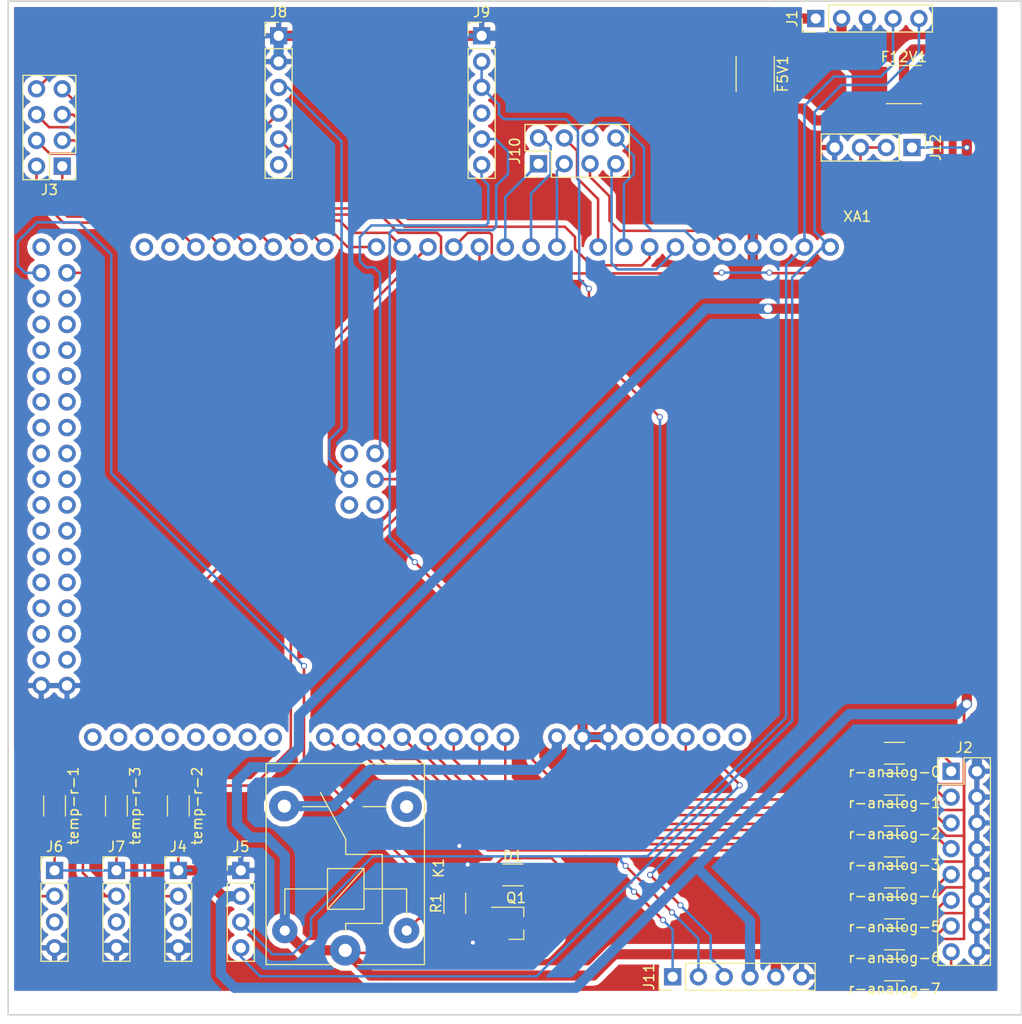
<source format=kicad_pcb>
(kicad_pcb (version 4) (host pcbnew 4.0.7)
  (layers (0 F.Cu signal) (31 B.Cu signal) (34 B.Paste user) (35 F.Paste user) (36 B.SilkS user) (37 F.SilkS user) (38 B.Mask user) (39 F.Mask user) (44 Edge.Cuts user))
  (net 0 "")
  (net 1 5v)
  (net 2 gnd)
  (net 3 scl)
  (net 4 sda)
  (net 5 5v-input)
  (net 6 12v-input)
  (net 7 a0)
  (net 8 a1)
  (net 9 a2)
  (net 10 a3)
  (net 11 a4)
  (net 12 a5)
  (net 13 a6)
  (net 14 a7)
  (net 15 d4)
  (net 16 d2)
  (net 17 d3)
  (net 18 si)
  (net 19 so)
  (net 20 rst)
  (net 21 3v)
  (net 22 d0)
  (net 23 d1)
  (net 24 d5)
  (net 25 d6)
  (net 26 d7)
  (net 27 d8)
  (net 28 d9)
  (net 29 12v)
  (net 30 d19)
  (net 31 d18)
  (net 32 d17)
  (net 33 d16)
  (net 34 d15)
  (net 35 d14)
  (net 36 d12)
  (net 37 d11)
  (net 38 d10)
  (net 39 d13)
  (net 40 d22)
  (net 41 clk)
  (net 42 "Net-(D1-Pad2)")
  (net 43 "Net-(Q1-Pad1)")
  (net 44 d23)
  (net 45 12v-arduino)
  (module Arduino:Arduino_Mega2560_Shield-psw-mirror (layer F.Cu) (at 21.8 99.4)
    (fp_text reference XA1 (at 84.2 -53.8) (layer F.SilkS))
    (fp_text value Arduino_Mega2560_Shield)
    (pad RST2 thru_hole oval (at 36.703 -25.4) (size 1.7272 1.7272) (drill 1.016) (layers *.Cu *.Mask))
    (pad GND4 thru_hole oval (at 34.163 -25.4) (size 1.7272 1.7272) (drill 1.016) (layers *.Cu *.Mask))
    (pad MOSI thru_hole oval (at 34.163 -27.94) (size 1.7272 1.7272) (drill 1.016) (layers *.Cu *.Mask) (net 18 si))
    (pad SCK thru_hole oval (at 36.703 -27.94) (size 1.7272 1.7272) (drill 1.016) (layers *.Cu *.Mask) (net 41 clk))
    (pad 5V2 thru_hole oval (at 34.163 -30.48) (size 1.7272 1.7272) (drill 1.016) (layers *.Cu *.Mask))
    (pad A0 thru_hole oval (at 49.53 -2.54) (size 1.7272 1.7272) (drill 1.016) (layers *.Cu *.Mask) (net 7 a0))
    (pad VIN thru_hole oval (at 54.61 -2.54) (size 1.7272 1.7272) (drill 1.016) (layers *.Cu *.Mask) (net 45 12v-arduino))
    (pad GND3 thru_hole oval (at 57.15 -2.54) (size 1.7272 1.7272) (drill 1.016) (layers *.Cu *.Mask) (net 2 gnd))
    (pad GND2 thru_hole oval (at 59.69 -2.54) (size 1.7272 1.7272) (drill 1.016) (layers *.Cu *.Mask) (net 2 gnd))
    (pad 5V1 thru_hole oval (at 62.23 -2.54) (size 1.7272 1.7272) (drill 1.016) (layers *.Cu *.Mask))
    (pad 3V3 thru_hole oval (at 64.77 -2.54) (size 1.7272 1.7272) (drill 1.016) (layers *.Cu *.Mask) (net 21 3v))
    (pad RST1 thru_hole oval (at 67.31 -2.54) (size 1.7272 1.7272) (drill 1.016) (layers *.Cu *.Mask) (net 20 rst))
    (pad IORF thru_hole oval (at 69.85 -2.54) (size 1.7272 1.7272) (drill 1.016) (layers *.Cu *.Mask))
    (pad D21 thru_hole oval (at 13.97 -50.8) (size 1.7272 1.7272) (drill 1.016) (layers *.Cu *.Mask))
    (pad D20 thru_hole oval (at 16.51 -50.8) (size 1.7272 1.7272) (drill 1.016) (layers *.Cu *.Mask))
    (pad D19 thru_hole oval (at 19.05 -50.8) (size 1.7272 1.7272) (drill 1.016) (layers *.Cu *.Mask) (net 30 d19))
    (pad D18 thru_hole oval (at 21.59 -50.8) (size 1.7272 1.7272) (drill 1.016) (layers *.Cu *.Mask) (net 31 d18))
    (pad D17 thru_hole oval (at 24.13 -50.8) (size 1.7272 1.7272) (drill 1.016) (layers *.Cu *.Mask) (net 32 d17))
    (pad D16 thru_hole oval (at 26.67 -50.8) (size 1.7272 1.7272) (drill 1.016) (layers *.Cu *.Mask) (net 33 d16))
    (pad D15 thru_hole oval (at 29.21 -50.8) (size 1.7272 1.7272) (drill 1.016) (layers *.Cu *.Mask) (net 34 d15))
    (pad D14 thru_hole oval (at 31.75 -50.8) (size 1.7272 1.7272) (drill 1.016) (layers *.Cu *.Mask) (net 35 d14))
    (pad D0 thru_hole oval (at 36.83 -50.8) (size 1.7272 1.7272) (drill 1.016) (layers *.Cu *.Mask) (net 22 d0))
    (pad D1 thru_hole oval (at 39.37 -50.8) (size 1.7272 1.7272) (drill 1.016) (layers *.Cu *.Mask) (net 23 d1))
    (pad D2 thru_hole oval (at 41.91 -50.8) (size 1.7272 1.7272) (drill 1.016) (layers *.Cu *.Mask) (net 16 d2))
    (pad D3 thru_hole oval (at 44.45 -50.8) (size 1.7272 1.7272) (drill 1.016) (layers *.Cu *.Mask) (net 17 d3))
    (pad D4 thru_hole oval (at 46.99 -50.8) (size 1.7272 1.7272) (drill 1.016) (layers *.Cu *.Mask) (net 15 d4))
    (pad D5 thru_hole oval (at 49.53 -50.8) (size 1.7272 1.7272) (drill 1.016) (layers *.Cu *.Mask) (net 24 d5))
    (pad D6 thru_hole oval (at 52.07 -50.8) (size 1.7272 1.7272) (drill 1.016) (layers *.Cu *.Mask) (net 25 d6))
    (pad D7 thru_hole oval (at 54.61 -50.8) (size 1.7272 1.7272) (drill 1.016) (layers *.Cu *.Mask) (net 26 d7))
    (pad GND1 thru_hole oval (at 73.914 -50.8) (size 1.7272 1.7272) (drill 1.016) (layers *.Cu *.Mask) (net 2 gnd))
    (pad D8 thru_hole oval (at 58.674 -50.8) (size 1.7272 1.7272) (drill 1.016) (layers *.Cu *.Mask) (net 27 d8))
    (pad D9 thru_hole oval (at 61.214 -50.8) (size 1.7272 1.7272) (drill 1.016) (layers *.Cu *.Mask) (net 28 d9))
    (pad D10 thru_hole oval (at 63.754 -50.8) (size 1.7272 1.7272) (drill 1.016) (layers *.Cu *.Mask) (net 38 d10))
    (pad SCL thru_hole oval (at 81.534 -50.8) (size 1.7272 1.7272) (drill 1.016) (layers *.Cu *.Mask) (net 3 scl))
    (pad SDA thru_hole oval (at 78.994 -50.8) (size 1.7272 1.7272) (drill 1.016) (layers *.Cu *.Mask) (net 4 sda))
    (pad AREF thru_hole oval (at 76.454 -50.8) (size 1.7272 1.7272) (drill 1.016) (layers *.Cu *.Mask))
    (pad D13 thru_hole oval (at 71.374 -50.8) (size 1.7272 1.7272) (drill 1.016) (layers *.Cu *.Mask) (net 39 d13))
    (pad D12 thru_hole oval (at 68.834 -50.8) (size 1.7272 1.7272) (drill 1.016) (layers *.Cu *.Mask) (net 36 d12))
    (pad D11 thru_hole oval (at 66.294 -50.8) (size 1.7272 1.7272) (drill 1.016) (layers *.Cu *.Mask) (net 37 d11))
    (pad "" thru_hole oval (at 72.39 -2.54) (size 1.7272 1.7272) (drill 1.016) (layers *.Cu *.Mask))
    (pad A1 thru_hole oval (at 46.99 -2.54) (size 1.7272 1.7272) (drill 1.016) (layers *.Cu *.Mask) (net 8 a1))
    (pad A2 thru_hole oval (at 44.45 -2.54) (size 1.7272 1.7272) (drill 1.016) (layers *.Cu *.Mask) (net 9 a2))
    (pad A3 thru_hole oval (at 41.91 -2.54) (size 1.7272 1.7272) (drill 1.016) (layers *.Cu *.Mask) (net 10 a3))
    (pad A4 thru_hole oval (at 39.37 -2.54) (size 1.7272 1.7272) (drill 1.016) (layers *.Cu *.Mask) (net 11 a4))
    (pad A5 thru_hole oval (at 36.83 -2.54) (size 1.7272 1.7272) (drill 1.016) (layers *.Cu *.Mask) (net 12 a5))
    (pad A6 thru_hole oval (at 34.29 -2.54) (size 1.7272 1.7272) (drill 1.016) (layers *.Cu *.Mask) (net 13 a6))
    (pad A7 thru_hole oval (at 31.75 -2.54) (size 1.7272 1.7272) (drill 1.016) (layers *.Cu *.Mask) (net 14 a7))
    (pad A8 thru_hole oval (at 26.67 -2.54) (size 1.7272 1.7272) (drill 1.016) (layers *.Cu *.Mask))
    (pad A9 thru_hole oval (at 24.13 -2.54) (size 1.7272 1.7272) (drill 1.016) (layers *.Cu *.Mask))
    (pad A10 thru_hole oval (at 21.59 -2.54) (size 1.7272 1.7272) (drill 1.016) (layers *.Cu *.Mask))
    (pad A11 thru_hole oval (at 19.05 -2.54) (size 1.7272 1.7272) (drill 1.016) (layers *.Cu *.Mask))
    (pad A12 thru_hole oval (at 16.51 -2.54) (size 1.7272 1.7272) (drill 1.016) (layers *.Cu *.Mask))
    (pad A13 thru_hole oval (at 13.97 -2.54) (size 1.7272 1.7272) (drill 1.016) (layers *.Cu *.Mask))
    (pad A14 thru_hole oval (at 11.43 -2.54) (size 1.7272 1.7272) (drill 1.016) (layers *.Cu *.Mask))
    (pad A15 thru_hole oval (at 8.89 -2.54) (size 1.7272 1.7272) (drill 1.016) (layers *.Cu *.Mask))
    (pad 5V3 thru_hole oval (at 6.35 -50.8) (size 1.7272 1.7272) (drill 1.016) (layers *.Cu *.Mask))
    (pad 5V4 thru_hole oval (at 3.81 -50.8) (size 1.7272 1.7272) (drill 1.016) (layers *.Cu *.Mask))
    (pad D22 thru_hole oval (at 6.35 -48.26) (size 1.7272 1.7272) (drill 1.016) (layers *.Cu *.Mask) (net 40 d22))
    (pad D23 thru_hole oval (at 3.81 -48.26) (size 1.7272 1.7272) (drill 1.016) (layers *.Cu *.Mask) (net 44 d23))
    (pad D24 thru_hole oval (at 6.35 -45.72) (size 1.7272 1.7272) (drill 1.016) (layers *.Cu *.Mask))
    (pad D25 thru_hole oval (at 3.81 -45.72) (size 1.7272 1.7272) (drill 1.016) (layers *.Cu *.Mask))
    (pad D26 thru_hole oval (at 6.35 -43.18) (size 1.7272 1.7272) (drill 1.016) (layers *.Cu *.Mask))
    (pad D27 thru_hole oval (at 3.81 -43.18) (size 1.7272 1.7272) (drill 1.016) (layers *.Cu *.Mask))
    (pad D28 thru_hole oval (at 6.35 -40.64) (size 1.7272 1.7272) (drill 1.016) (layers *.Cu *.Mask))
    (pad D29 thru_hole oval (at 3.81 -40.64) (size 1.7272 1.7272) (drill 1.016) (layers *.Cu *.Mask))
    (pad D30 thru_hole oval (at 6.35 -38.1) (size 1.7272 1.7272) (drill 1.016) (layers *.Cu *.Mask))
    (pad D31 thru_hole oval (at 3.81 -38.1) (size 1.7272 1.7272) (drill 1.016) (layers *.Cu *.Mask))
    (pad D32 thru_hole oval (at 6.35 -35.56) (size 1.7272 1.7272) (drill 1.016) (layers *.Cu *.Mask))
    (pad D33 thru_hole oval (at 3.81 -35.56) (size 1.7272 1.7272) (drill 1.016) (layers *.Cu *.Mask))
    (pad D34 thru_hole oval (at 6.35 -33.02) (size 1.7272 1.7272) (drill 1.016) (layers *.Cu *.Mask))
    (pad D35 thru_hole oval (at 3.81 -33.02) (size 1.7272 1.7272) (drill 1.016) (layers *.Cu *.Mask))
    (pad D36 thru_hole oval (at 6.35 -30.48) (size 1.7272 1.7272) (drill 1.016) (layers *.Cu *.Mask))
    (pad D37 thru_hole oval (at 3.81 -30.48) (size 1.7272 1.7272) (drill 1.016) (layers *.Cu *.Mask))
    (pad D38 thru_hole oval (at 6.35 -27.94) (size 1.7272 1.7272) (drill 1.016) (layers *.Cu *.Mask))
    (pad D39 thru_hole oval (at 3.81 -27.94) (size 1.7272 1.7272) (drill 1.016) (layers *.Cu *.Mask))
    (pad D40 thru_hole oval (at 6.35 -25.4) (size 1.7272 1.7272) (drill 1.016) (layers *.Cu *.Mask))
    (pad D41 thru_hole oval (at 3.81 -25.4) (size 1.7272 1.7272) (drill 1.016) (layers *.Cu *.Mask))
    (pad D42 thru_hole oval (at 6.35 -22.86) (size 1.7272 1.7272) (drill 1.016) (layers *.Cu *.Mask))
    (pad D43 thru_hole oval (at 3.81 -22.86) (size 1.7272 1.7272) (drill 1.016) (layers *.Cu *.Mask))
    (pad D44 thru_hole oval (at 6.35 -20.32) (size 1.7272 1.7272) (drill 1.016) (layers *.Cu *.Mask))
    (pad D45 thru_hole oval (at 3.81 -20.32) (size 1.7272 1.7272) (drill 1.016) (layers *.Cu *.Mask))
    (pad D46 thru_hole oval (at 6.35 -17.78) (size 1.7272 1.7272) (drill 1.016) (layers *.Cu *.Mask))
    (pad D47 thru_hole oval (at 3.81 -17.78) (size 1.7272 1.7272) (drill 1.016) (layers *.Cu *.Mask))
    (pad D48 thru_hole oval (at 6.35 -15.24) (size 1.7272 1.7272) (drill 1.016) (layers *.Cu *.Mask))
    (pad D49 thru_hole oval (at 3.81 -15.24) (size 1.7272 1.7272) (drill 1.016) (layers *.Cu *.Mask))
    (pad D50 thru_hole oval (at 6.35 -12.7) (size 1.7272 1.7272) (drill 1.016) (layers *.Cu *.Mask))
    (pad D51 thru_hole oval (at 3.81 -12.7) (size 1.7272 1.7272) (drill 1.016) (layers *.Cu *.Mask))
    (pad D52 thru_hole oval (at 6.35 -10.16) (size 1.7272 1.7272) (drill 1.016) (layers *.Cu *.Mask))
    (pad D53 thru_hole oval (at 3.81 -10.16) (size 1.7272 1.7272) (drill 1.016) (layers *.Cu *.Mask))
    (pad GND5 thru_hole oval (at 6.35 -7.62) (size 1.7272 1.7272) (drill 1.016) (layers *.Cu *.Mask) (net 2 gnd))
    (pad GND6 thru_hole oval (at 3.81 -7.62) (size 1.7272 1.7272) (drill 1.016) (layers *.Cu *.Mask) (net 2 gnd))
    (pad MISO thru_hole oval (at 36.703 -30.48) (size 1.7272 1.7272) (drill 1.016) (layers *.Cu *.Mask) (net 19 so))
  )
  (module Pin_Headers:Pin_Header_Straight_1x06_Pitch2.54mm (layer F.Cu) (at 69 27.8)
    (fp_text reference J9 (at 0 -2.33) (layer F.SilkS))
    (fp_text value eth-2)
    (pad 1 thru_hole rect (at 0 0) (size 1.7 1.7) (drill 1) (layers *.Cu *.Mask) (net 2 gnd))
    (pad 2 thru_hole oval (at 0 2.54) (size 1.7 1.7) (drill 1) (layers *.Cu *.Mask) (net 21 3v))
    (pad 3 thru_hole oval (at 0 5.08) (size 1.7 1.7) (drill 1) (layers *.Cu *.Mask) (net 21 3v))
    (pad 4 thru_hole oval (at 0 7.62) (size 1.7 1.7) (drill 1) (layers *.Cu *.Mask))
    (pad 5 thru_hole oval (at 0 10.16) (size 1.7 1.7) (drill 1) (layers *.Cu *.Mask) (net 20 rst))
    (pad 6 thru_hole oval (at 0 12.7) (size 1.7 1.7) (drill 1) (layers *.Cu *.Mask) (net 19 so))
  )
  (module Resistors_SMD:R_1812_HandSoldering (layer F.Cu) (at 95.9485 31.5595 270)
    (fp_text reference F5V1 (at 0 -2.72 270) (layer F.SilkS))
    (fp_text value R)
    (pad 1 smd rect (at -3.4 0 270) (size 3.5 3.5) (layers F.Cu F.Paste F.Mask) (net 5 5v-input))
    (pad 2 smd rect (at 3.4 0 270) (size 3.5 3.5) (layers F.Cu F.Paste F.Mask) (net 1 5v))
  )
  (module Resistors_SMD:R_1812_HandSoldering (layer F.Cu) (at 110.6 32.6)
    (fp_text reference F12V1 (at 0 -2.72) (layer F.SilkS))
    (fp_text value R)
    (pad 1 smd rect (at -3.4 0) (size 3.5 3.5) (layers F.Cu F.Paste F.Mask) (net 6 12v-input))
    (pad 2 smd rect (at 3.4 0) (size 3.5 3.5) (layers F.Cu F.Paste F.Mask) (net 29 12v))
  )
  (module Resistors_SMD:R_1206_HandSoldering (layer F.Cu) (at 109.666 98.444 180)
    (fp_text reference r-analog-0 (at 0 -1.85 180) (layer F.SilkS))
    (fp_text value R)
    (pad 1 smd rect (at -2 0 180) (size 2 1.7) (layers F.Cu F.Paste F.Mask) (net 1 5v))
    (pad 2 smd rect (at 2 0 180) (size 2 1.7) (layers F.Cu F.Paste F.Mask) (net 7 a0))
  )
  (module Resistors_SMD:R_1206_HandSoldering (layer F.Cu) (at 109.666 101.492 180)
    (fp_text reference r-analog-1 (at 0 -1.85 180) (layer F.SilkS))
    (fp_text value R)
    (pad 1 smd rect (at -2 0 180) (size 2 1.7) (layers F.Cu F.Paste F.Mask) (net 1 5v))
    (pad 2 smd rect (at 2 0 180) (size 2 1.7) (layers F.Cu F.Paste F.Mask) (net 8 a1))
  )
  (module Resistors_SMD:R_1206_HandSoldering (layer F.Cu) (at 109.666 104.54 180)
    (fp_text reference r-analog-2 (at 0 -1.85 180) (layer F.SilkS))
    (fp_text value R)
    (pad 1 smd rect (at -2 0 180) (size 2 1.7) (layers F.Cu F.Paste F.Mask) (net 1 5v))
    (pad 2 smd rect (at 2 0 180) (size 2 1.7) (layers F.Cu F.Paste F.Mask) (net 9 a2))
  )
  (module Resistors_SMD:R_1206_HandSoldering (layer F.Cu) (at 109.666 107.588 180)
    (fp_text reference r-analog-3 (at 0 -1.85 180) (layer F.SilkS))
    (fp_text value R)
    (pad 1 smd rect (at -2 0 180) (size 2 1.7) (layers F.Cu F.Paste F.Mask) (net 1 5v))
    (pad 2 smd rect (at 2 0 180) (size 2 1.7) (layers F.Cu F.Paste F.Mask) (net 10 a3))
  )
  (module Resistors_SMD:R_1206_HandSoldering (layer F.Cu) (at 109.666 110.636 180)
    (fp_text reference r-analog-4 (at 0 -1.85 180) (layer F.SilkS))
    (fp_text value R)
    (pad 1 smd rect (at -2 0 180) (size 2 1.7) (layers F.Cu F.Paste F.Mask) (net 1 5v))
    (pad 2 smd rect (at 2 0 180) (size 2 1.7) (layers F.Cu F.Paste F.Mask) (net 11 a4))
  )
  (module Resistors_SMD:R_1206_HandSoldering (layer F.Cu) (at 109.666 113.684 180)
    (fp_text reference r-analog-5 (at 0 -1.85 180) (layer F.SilkS))
    (fp_text value R)
    (pad 1 smd rect (at -2 0 180) (size 2 1.7) (layers F.Cu F.Paste F.Mask) (net 1 5v))
    (pad 2 smd rect (at 2 0 180) (size 2 1.7) (layers F.Cu F.Paste F.Mask) (net 12 a5))
  )
  (module Resistors_SMD:R_1206_HandSoldering (layer F.Cu) (at 109.666 116.732 180)
    (fp_text reference r-analog-6 (at 0 -1.85 180) (layer F.SilkS))
    (fp_text value R)
    (pad 1 smd rect (at -2 0 180) (size 2 1.7) (layers F.Cu F.Paste F.Mask) (net 1 5v))
    (pad 2 smd rect (at 2 0 180) (size 2 1.7) (layers F.Cu F.Paste F.Mask) (net 13 a6))
  )
  (module Resistors_SMD:R_1206_HandSoldering (layer F.Cu) (at 109.666 119.78 180)
    (fp_text reference r-analog-7 (at 0 -1.85 180) (layer F.SilkS))
    (fp_text value R)
    (pad 1 smd rect (at -2 0 180) (size 2 1.7) (layers F.Cu F.Paste F.Mask) (net 1 5v))
    (pad 2 smd rect (at 2 0 180) (size 2 1.7) (layers F.Cu F.Paste F.Mask) (net 14 a7))
  )
  (module Resistors_SMD:R_1206_HandSoldering (layer F.Cu) (at 26.924 103.632 270)
    (fp_text reference temp-r-1 (at 0 -1.85 270) (layer F.SilkS))
    (fp_text value R)
    (pad 1 smd rect (at -2 0 270) (size 2 1.7) (layers F.Cu F.Paste F.Mask) (net 16 d2))
    (pad 2 smd rect (at 2 0 270) (size 2 1.7) (layers F.Cu F.Paste F.Mask) (net 1 5v))
  )
  (module Resistors_SMD:R_1206_HandSoldering (layer F.Cu) (at 39.116 103.632 270)
    (fp_text reference temp-r-2 (at 0 -1.85 270) (layer F.SilkS))
    (fp_text value R)
    (pad 1 smd rect (at -2 0 270) (size 2 1.7) (layers F.Cu F.Paste F.Mask) (net 15 d4))
    (pad 2 smd rect (at 2 0 270) (size 2 1.7) (layers F.Cu F.Paste F.Mask) (net 1 5v))
  )
  (module Resistors_SMD:R_1206_HandSoldering (layer F.Cu) (at 33.02 103.632 270)
    (fp_text reference temp-r-3 (at 0 -1.85 270) (layer F.SilkS))
    (fp_text value R)
    (pad 1 smd rect (at -2 0 270) (size 2 1.7) (layers F.Cu F.Paste F.Mask) (net 40 d22))
    (pad 2 smd rect (at 2 0 270) (size 2 1.7) (layers F.Cu F.Paste F.Mask) (net 1 5v))
  )
  (module Pin_Headers:Pin_Header_Straight_2x08_Pitch2.54mm (layer F.Cu) (at 115.254 100.222)
    (fp_text reference J2 (at 1.27 -2.33) (layer F.SilkS))
    (fp_text value analog-sensors-1)
    (pad 1 thru_hole rect (at 0 0) (size 1.7 1.7) (drill 1) (layers *.Cu *.Mask) (net 7 a0))
    (pad 2 thru_hole oval (at 2.54 0) (size 1.7 1.7) (drill 1) (layers *.Cu *.Mask) (net 2 gnd))
    (pad 3 thru_hole oval (at 0 2.54) (size 1.7 1.7) (drill 1) (layers *.Cu *.Mask) (net 8 a1))
    (pad 4 thru_hole oval (at 2.54 2.54) (size 1.7 1.7) (drill 1) (layers *.Cu *.Mask) (net 2 gnd))
    (pad 5 thru_hole oval (at 0 5.08) (size 1.7 1.7) (drill 1) (layers *.Cu *.Mask) (net 9 a2))
    (pad 6 thru_hole oval (at 2.54 5.08) (size 1.7 1.7) (drill 1) (layers *.Cu *.Mask) (net 2 gnd))
    (pad 7 thru_hole oval (at 0 7.62) (size 1.7 1.7) (drill 1) (layers *.Cu *.Mask) (net 10 a3))
    (pad 8 thru_hole oval (at 2.54 7.62) (size 1.7 1.7) (drill 1) (layers *.Cu *.Mask) (net 2 gnd))
    (pad 9 thru_hole oval (at 0 10.16) (size 1.7 1.7) (drill 1) (layers *.Cu *.Mask) (net 11 a4))
    (pad 10 thru_hole oval (at 2.54 10.16) (size 1.7 1.7) (drill 1) (layers *.Cu *.Mask) (net 2 gnd))
    (pad 11 thru_hole oval (at 0 12.7) (size 1.7 1.7) (drill 1) (layers *.Cu *.Mask) (net 12 a5))
    (pad 12 thru_hole oval (at 2.54 12.7) (size 1.7 1.7) (drill 1) (layers *.Cu *.Mask) (net 2 gnd))
    (pad 13 thru_hole oval (at 0 15.24) (size 1.7 1.7) (drill 1) (layers *.Cu *.Mask) (net 13 a6))
    (pad 14 thru_hole oval (at 2.54 15.24) (size 1.7 1.7) (drill 1) (layers *.Cu *.Mask) (net 2 gnd))
    (pad 15 thru_hole oval (at 0 17.78) (size 1.7 1.7) (drill 1) (layers *.Cu *.Mask) (net 14 a7))
    (pad 16 thru_hole oval (at 2.54 17.78) (size 1.7 1.7) (drill 1) (layers *.Cu *.Mask) (net 2 gnd))
  )
  (module Pin_Headers:Pin_Header_Straight_1x04_Pitch2.54mm (layer F.Cu) (at 39.116 109.982)
    (fp_text reference J4 (at 0 -2.33) (layer F.SilkS))
    (fp_text value temp1)
    (pad 1 thru_hole rect (at 0 0) (size 1.7 1.7) (drill 1) (layers *.Cu *.Mask) (net 1 5v))
    (pad 2 thru_hole oval (at 0 2.54) (size 1.7 1.7) (drill 1) (layers *.Cu *.Mask) (net 15 d4))
    (pad 3 thru_hole oval (at 0 5.08) (size 1.7 1.7) (drill 1) (layers *.Cu *.Mask))
    (pad 4 thru_hole oval (at 0 7.62) (size 1.7 1.7) (drill 1) (layers *.Cu *.Mask) (net 2 gnd))
  )
  (module Pin_Headers:Pin_Header_Straight_1x04_Pitch2.54mm (layer F.Cu) (at 45.2755 109.982)
    (fp_text reference J5 (at 0 -2.33) (layer F.SilkS))
    (fp_text value display)
    (pad 1 thru_hole rect (at 0 0) (size 1.7 1.7) (drill 1) (layers *.Cu *.Mask) (net 2 gnd))
    (pad 2 thru_hole oval (at 0 2.54) (size 1.7 1.7) (drill 1) (layers *.Cu *.Mask) (net 1 5v))
    (pad 3 thru_hole oval (at 0 5.08) (size 1.7 1.7) (drill 1) (layers *.Cu *.Mask) (net 4 sda))
    (pad 4 thru_hole oval (at 0 7.62) (size 1.7 1.7) (drill 1) (layers *.Cu *.Mask) (net 3 scl))
  )
  (module Pin_Headers:Pin_Header_Straight_1x04_Pitch2.54mm (layer F.Cu) (at 26.924 109.982)
    (fp_text reference J6 (at 0 -2.33) (layer F.SilkS))
    (fp_text value temp1)
    (pad 1 thru_hole rect (at 0 0) (size 1.7 1.7) (drill 1) (layers *.Cu *.Mask) (net 1 5v))
    (pad 2 thru_hole oval (at 0 2.54) (size 1.7 1.7) (drill 1) (layers *.Cu *.Mask) (net 16 d2))
    (pad 3 thru_hole oval (at 0 5.08) (size 1.7 1.7) (drill 1) (layers *.Cu *.Mask))
    (pad 4 thru_hole oval (at 0 7.62) (size 1.7 1.7) (drill 1) (layers *.Cu *.Mask) (net 2 gnd))
  )
  (module Pin_Headers:Pin_Header_Straight_1x04_Pitch2.54mm (layer F.Cu) (at 33.02 109.982)
    (fp_text reference J7 (at 0 -2.33) (layer F.SilkS))
    (fp_text value temp1)
    (pad 1 thru_hole rect (at 0 0) (size 1.7 1.7) (drill 1) (layers *.Cu *.Mask) (net 1 5v))
    (pad 2 thru_hole oval (at 0 2.54) (size 1.7 1.7) (drill 1) (layers *.Cu *.Mask) (net 40 d22))
    (pad 3 thru_hole oval (at 0 5.08) (size 1.7 1.7) (drill 1) (layers *.Cu *.Mask))
    (pad 4 thru_hole oval (at 0 7.62) (size 1.7 1.7) (drill 1) (layers *.Cu *.Mask) (net 2 gnd))
  )
  (module Pin_Headers:Pin_Header_Straight_1x06_Pitch2.54mm (layer F.Cu) (at 49 27.8)
    (fp_text reference J8 (at 0 -2.33) (layer F.SilkS))
    (fp_text value eth-1)
    (pad 1 thru_hole rect (at 0 0) (size 1.7 1.7) (drill 1) (layers *.Cu *.Mask) (net 2 gnd))
    (pad 2 thru_hole oval (at 0 2.54) (size 1.7 1.7) (drill 1) (layers *.Cu *.Mask) (net 2 gnd))
    (pad 3 thru_hole oval (at 0 5.08) (size 1.7 1.7) (drill 1) (layers *.Cu *.Mask) (net 18 si))
    (pad 4 thru_hole oval (at 0 7.62) (size 1.7 1.7) (drill 1) (layers *.Cu *.Mask) (net 41 clk))
    (pad 5 thru_hole oval (at 0 10.16) (size 1.7 1.7) (drill 1) (layers *.Cu *.Mask) (net 38 d10))
    (pad 6 thru_hole oval (at 0 12.7) (size 1.7 1.7) (drill 1) (layers *.Cu *.Mask))
  )
  (module Pin_Headers:Pin_Header_Straight_2x04_Pitch2.54mm (layer F.Cu) (at 27.686 40.64 180)
    (fp_text reference J3 (at 1.27 -2.33 180) (layer F.SilkS))
    (fp_text value Serial)
    (pad 1 thru_hole rect (at 0 0 180) (size 1.7 1.7) (drill 1) (layers *.Cu *.Mask) (net 31 d18))
    (pad 2 thru_hole oval (at 2.54 0 180) (size 1.7 1.7) (drill 1) (layers *.Cu *.Mask) (net 30 d19))
    (pad 3 thru_hole oval (at 0 2.54 180) (size 1.7 1.7) (drill 1) (layers *.Cu *.Mask) (net 33 d16))
    (pad 4 thru_hole oval (at 2.54 2.54 180) (size 1.7 1.7) (drill 1) (layers *.Cu *.Mask) (net 32 d17))
    (pad 5 thru_hole oval (at 0 5.08 180) (size 1.7 1.7) (drill 1) (layers *.Cu *.Mask) (net 35 d14))
    (pad 6 thru_hole oval (at 2.54 5.08 180) (size 1.7 1.7) (drill 1) (layers *.Cu *.Mask) (net 34 d15))
    (pad 7 thru_hole oval (at 0 7.62 180) (size 1.7 1.7) (drill 1) (layers *.Cu *.Mask) (net 22 d0))
    (pad 8 thru_hole oval (at 2.54 7.62 180) (size 1.7 1.7) (drill 1) (layers *.Cu *.Mask) (net 23 d1))
  )
  (module Pin_Headers:Pin_Header_Straight_2x04_Pitch2.54mm (layer F.Cu) (at 74.6 40.4 90)
    (fp_text reference J10 (at 1.27 -2.33 90) (layer F.SilkS))
    (fp_text value digital)
    (pad 1 thru_hole rect (at 0 0 90) (size 1.7 1.7) (drill 1) (layers *.Cu *.Mask) (net 24 d5))
    (pad 2 thru_hole oval (at 2.54 0 90) (size 1.7 1.7) (drill 1) (layers *.Cu *.Mask) (net 25 d6))
    (pad 3 thru_hole oval (at 0 2.54 90) (size 1.7 1.7) (drill 1) (layers *.Cu *.Mask) (net 26 d7))
    (pad 4 thru_hole oval (at 2.54 2.54 90) (size 1.7 1.7) (drill 1) (layers *.Cu *.Mask) (net 27 d8))
    (pad 5 thru_hole oval (at 0 5.08 90) (size 1.7 1.7) (drill 1) (layers *.Cu *.Mask) (net 39 d13))
    (pad 6 thru_hole oval (at 2.54 5.08 90) (size 1.7 1.7) (drill 1) (layers *.Cu *.Mask) (net 36 d12))
    (pad 7 thru_hole oval (at 0 7.62 90) (size 1.7 1.7) (drill 1) (layers *.Cu *.Mask) (net 37 d11))
    (pad 8 thru_hole oval (at 2.54 7.62 90) (size 1.7 1.7) (drill 1) (layers *.Cu *.Mask) (net 28 d9))
  )
  (module Pin_Headers:Pin_Header_Straight_1x04_Pitch2.54mm (layer F.Cu) (at 111.4 38.8 270)
    (fp_text reference J12 (at 0 -2.33 270) (layer F.SilkS))
    (fp_text value 433)
    (pad 1 thru_hole rect (at 0 0 270) (size 1.7 1.7) (drill 1) (layers *.Cu *.Mask) (net 1 5v))
    (pad 2 thru_hole oval (at 0 2.54 270) (size 1.7 1.7) (drill 1) (layers *.Cu *.Mask) (net 17 d3))
    (pad 3 thru_hole oval (at 0 5.08 270) (size 1.7 1.7) (drill 1) (layers *.Cu *.Mask) (net 17 d3))
    (pad 4 thru_hole oval (at 0 7.62 270) (size 1.7 1.7) (drill 1) (layers *.Cu *.Mask) (net 2 gnd))
  )
  (module Pin_Headers:Pin_Header_Straight_1x05_Pitch2.54mm (layer F.Cu) (at 101.9175 26.0985 90)
    (fp_text reference J1 (at 0 -2.33 90) (layer F.SilkS))
    (fp_text value i2c)
    (pad 1 thru_hole rect (at 0 0 90) (size 1.7 1.7) (drill 1) (layers *.Cu *.Mask) (net 5 5v-input))
    (pad 2 thru_hole oval (at 0 2.54 90) (size 1.7 1.7) (drill 1) (layers *.Cu *.Mask) (net 6 12v-input))
    (pad 3 thru_hole oval (at 0 5.08 90) (size 1.7 1.7) (drill 1) (layers *.Cu *.Mask) (net 2 gnd))
    (pad 4 thru_hole oval (at 0 7.62 90) (size 1.7 1.7) (drill 1) (layers *.Cu *.Mask) (net 4 sda))
    (pad 5 thru_hole oval (at 0 10.16 90) (size 1.7 1.7) (drill 1) (layers *.Cu *.Mask) (net 3 scl))
  )
  (module Resistors_SMD:R_1206_HandSoldering (layer F.Cu) (at 72.0725 110.4265)
    (fp_text reference D1 (at 0 -1.85) (layer F.SilkS))
    (fp_text value D)
    (pad 1 smd rect (at -2 0) (size 2 1.7) (layers F.Cu F.Paste F.Mask) (net 29 12v))
    (pad 2 smd rect (at 2 0) (size 2 1.7) (layers F.Cu F.Paste F.Mask) (net 42 "Net-(D1-Pad2)"))
  )
  (module TO_SOT_Packages_SMD:SOT-23_Handsoldering (layer F.Cu) (at 72.39 115.189)
    (fp_text reference Q1 (at 0 -2.5) (layer F.SilkS))
    (fp_text value Q_NPN_BCE)
    (pad 1 smd rect (at -1.5 -0.95) (size 1.9 0.8) (layers F.Cu F.Paste F.Mask) (net 43 "Net-(Q1-Pad1)"))
    (pad 2 smd rect (at -1.5 0.95) (size 1.9 0.8) (layers F.Cu F.Paste F.Mask) (net 2 gnd))
    (pad 3 smd rect (at 1.5 0) (size 1.9 0.8) (layers F.Cu F.Paste F.Mask) (net 42 "Net-(D1-Pad2)"))
  )
  (module Resistors_SMD:R_1206_HandSoldering (layer F.Cu) (at 66.3575 113.2205 90)
    (fp_text reference R1 (at 0 -1.85 90) (layer F.SilkS))
    (fp_text value R)
    (pad 1 smd rect (at -2 0 90) (size 2 1.7) (layers F.Cu F.Paste F.Mask) (net 43 "Net-(Q1-Pad1)"))
    (pad 2 smd rect (at 2 0 90) (size 2 1.7) (layers F.Cu F.Paste F.Mask) (net 44 d23))
  )
  (module Relays_THT:Relay_SPDT_SANYOU_SRD_Series_Form_C (layer F.Cu) (at 55.5625 117.856 90)
    (fp_text reference K1 (at 8.1 9.2 90) (layer F.SilkS))
    (fp_text value SANYOU_SRD_Form_C)
    (pad 2 thru_hole circle (at 1.95 6.05 180) (size 2.5 2.5) (drill 1) (layers *.Cu *.Mask) (net 42 "Net-(D1-Pad2)"))
    (pad 3 thru_hole circle (at 14.15 6.05 180) (size 3 3) (drill 1.3) (layers *.Cu *.Mask))
    (pad 4 thru_hole circle (at 14.2 -6 180) (size 3 3) (drill 1.3) (layers *.Cu *.Mask) (net 45 12v-arduino))
    (pad 5 thru_hole circle (at 1.95 -5.95 180) (size 2.5 2.5) (drill 1) (layers *.Cu *.Mask) (net 29 12v))
    (pad 1 thru_hole circle (at 0 0 180) (size 3 3) (drill 1.3) (layers *.Cu *.Mask) (net 29 12v))
  )
  (module Pin_Headers:Pin_Header_Straight_1x06_Pitch2.54mm (layer F.Cu) (at 87.8205 120.4595 90)
    (fp_text reference J11 (at 0 -2.33 90) (layer F.SilkS))
    (fp_text value Conn_01x06)
    (pad 1 thru_hole rect (at 0 0 90) (size 1.7 1.7) (drill 1) (layers *.Cu *.Mask) (net 3 scl))
    (pad 2 thru_hole oval (at 0 2.54 90) (size 1.7 1.7) (drill 1) (layers *.Cu *.Mask) (net 4 sda))
    (pad 3 thru_hole oval (at 0 5.08 90) (size 1.7 1.7) (drill 1) (layers *.Cu *.Mask) (net 20 rst))
    (pad 4 thru_hole oval (at 0 7.62 90) (size 1.7 1.7) (drill 1) (layers *.Cu *.Mask) (net 1 5v))
    (pad 5 thru_hole oval (at 0 10.16 90) (size 1.7 1.7) (drill 1) (layers *.Cu *.Mask) (net 29 12v))
    (pad 6 thru_hole oval (at 0 12.7 90) (size 1.7 1.7) (drill 1) (layers *.Cu *.Mask) (net 2 gnd))
  )
  (gr_line (start 122.174 24.384) (end 120.396 24.384) (angle 90) (layer Edge.Cuts) (width 0.15))
  (gr_line (start 122.174 124.206) (end 122.174 24.384) (angle 90) (layer Edge.Cuts) (width 0.15))
  (gr_line (start 22.352 124.206) (end 22.352 122.301) (angle 90) (layer Edge.Cuts) (width 0.15))
  (gr_line (start 122.174 124.206) (end 22.352 124.206) (angle 90) (layer Edge.Cuts) (width 0.15))
  (gr_line (start 22.352 24.384) (end 22.352 122.428) (angle 90) (layer Edge.Cuts) (width 0.15))
  (gr_line (start 22.352 24.384) (end 120.396 24.384) (angle 90) (layer Edge.Cuts) (width 0.15))
  (segment (start 111.666 110.636) (end 112.714 110.636) (width 0.25) (layer F.Cu) (net 1))
  (segment (start 112.714 110.636) (end 114.238 109.112) (width 0.25) (layer F.Cu) (net 1))
  (segment (start 114.238 109.112) (end 116.5225 109.112) (width 0.25) (layer F.Cu) (net 1))
  (segment (start 116.5225 109.112) (end 116.5225 94.107) (width 0.25) (layer F.Cu) (net 1))
  (segment (start 116.5225 94.107) (end 116.8 93.8295) (width 0.25) (layer F.Cu) (net 1))
  (segment (start 116.8 93.8295) (end 116.8 93.6) (width 0.25) (layer F.Cu) (net 1))
  (segment (start 111.666 113.684) (end 112.714 113.684) (width 0.25) (layer F.Cu) (net 1))
  (segment (start 112.714 113.684) (end 114.746 111.652) (width 0.25) (layer F.Cu) (net 1))
  (segment (start 114.746 111.652) (end 116.524 111.652) (width 0.25) (layer F.Cu) (net 1))
  (segment (start 116.524 111.652) (end 116.5225 111.6505) (width 0.25) (layer F.Cu) (net 1))
  (segment (start 116.5225 111.6505) (end 116.5225 93.8775) (width 0.25) (layer F.Cu) (net 1))
  (segment (start 116.5225 93.8775) (end 116.8 93.6) (width 0.25) (layer F.Cu) (net 1))
  (segment (start 95.4405 120.4595) (end 95.4405 114.935) (width 1) (layer B.Cu) (net 1))
  (segment (start 95.4405 114.935) (end 90.15275 109.64725) (width 1) (layer B.Cu) (net 1))
  (segment (start 79.61175 120.18825) (end 79.61175 120.22275) (width 1) (layer B.Cu) (net 1))
  (segment (start 43.3125 120.2) (end 43.3125 113.215) (width 1) (layer B.Cu) (net 1))
  (segment (start 44.0055 112.522) (end 45.2755 112.522) (width 1) (layer B.Cu) (net 1))
  (segment (start 44.0055 112.522) (end 43.3125 113.215) (width 1) (layer B.Cu) (net 1))
  (segment (start 44.6515 121.539) (end 43.3125 120.2) (width 1) (layer B.Cu) (net 1))
  (segment (start 78.2955 121.539) (end 44.6515 121.539) (width 1) (layer B.Cu) (net 1))
  (segment (start 79.61175 120.22275) (end 78.2955 121.539) (width 1) (layer B.Cu) (net 1))
  (segment (start 39.116 109.982) (end 40.9575 109.982) (width 1) (layer F.Cu) (net 1))
  (segment (start 41.402 110.4265) (end 43.4975 112.522) (width 1) (layer F.Cu) (net 1))
  (segment (start 43.4975 112.522) (end 45.2755 112.522) (width 1) (layer F.Cu) (net 1))
  (segment (start 40.9575 109.982) (end 41.402 110.4265) (width 1) (layer F.Cu) (net 1))
  (segment (start 95.9485 34.9595) (end 100.682 34.9595) (width 1) (layer F.Cu) (net 1))
  (segment (start 116.8 28.8) (end 116.8 38.8) (width 1) (layer F.Cu) (net 1))
  (segment (start 116.4535 29.1465) (end 116.8 28.8) (width 1) (layer F.Cu) (net 1))
  (segment (start 111.506 29.1465) (end 116.4535 29.1465) (width 1) (layer F.Cu) (net 1))
  (segment (start 110.617 30.0355) (end 111.506 29.1465) (width 1) (layer F.Cu) (net 1))
  (segment (start 110.617 35.306) (end 110.617 30.0355) (width 1) (layer F.Cu) (net 1))
  (segment (start 109.7915 36.1315) (end 110.617 35.306) (width 1) (layer F.Cu) (net 1))
  (segment (start 101.854 36.1315) (end 109.7915 36.1315) (width 1) (layer F.Cu) (net 1))
  (segment (start 100.682 34.9595) (end 101.854 36.1315) (width 1) (layer F.Cu) (net 1))
  (via (at 116.8 93.6) (size 1) (drill 0.8) (layers F.Cu B.Cu) (net 1))
  (segment (start 105.2 94.6) (end 90.15275 109.64725) (width 1) (layer B.Cu) (net 1))
  (segment (start 90.15275 109.64725) (end 79.61175 120.18825) (width 1) (layer B.Cu) (net 1))
  (segment (start 79.61175 120.18825) (end 79.6 120.2) (width 1) (layer B.Cu) (net 1))
  (segment (start 115.8 94.6) (end 105.2 94.6) (width 1) (layer B.Cu) (net 1))
  (segment (start 115.8 94.6) (end 116.8 93.6) (width 1) (layer B.Cu) (net 1))
  (segment (start 111.4 38.8) (end 116.8 38.8) (width 0.25) (layer B.Cu) (net 1))
  (via (at 116.8 38.8) (size 0.6) (drill 0.4) (layers F.Cu B.Cu) (net 1))
  (segment (start 116.524 101.6) (end 116.524 93.876) (width 0.25) (layer F.Cu) (net 1))
  (segment (start 116.524 93.876) (end 116.8 93.6) (width 0.25) (layer F.Cu) (net 1))
  (segment (start 116.8 38.8) (end 116.8 93.6) (width 1) (layer F.Cu) (net 1))
  (segment (start 33.02 109.982) (end 40.386 109.982) (width 0.25) (layer B.Cu) (net 1))
  (segment (start 40.386 109.982) (end 39.116 109.982) (width 0.25) (layer B.Cu) (net 1))
  (segment (start 26.924 109.982) (end 33.02 109.982) (width 0.25) (layer B.Cu) (net 1))
  (segment (start 39.116 105.632) (end 39.116 109.982) (width 0.25) (layer F.Cu) (net 1))
  (segment (start 33.02 105.632) (end 33.02 109.982) (width 0.25) (layer F.Cu) (net 1))
  (segment (start 26.924 105.632) (end 26.924 109.982) (width 0.25) (layer F.Cu) (net 1))
  (segment (start 39.116 109.982) (end 38.608 109.982) (width 0.25) (layer B.Cu) (net 1))
  (segment (start 112.968 119.78) (end 113.73 119.018) (width 0.25) (layer F.Cu) (net 1))
  (segment (start 113.73 119.018) (end 113.73 117.494) (width 0.25) (layer F.Cu) (net 1))
  (segment (start 113.73 117.494) (end 114.492 116.732) (width 0.25) (layer F.Cu) (net 1))
  (segment (start 112.968 119.78) (end 111.666 119.78) (width 0.25) (layer F.Cu) (net 1))
  (segment (start 113.984 115.208) (end 112.46 116.732) (width 0.25) (layer F.Cu) (net 1))
  (segment (start 111.666 101.492) (end 112.206 101.492) (width 0.25) (layer F.Cu) (net 1))
  (segment (start 112.206 101.492) (end 113.984 103.27) (width 0.25) (layer F.Cu) (net 1))
  (segment (start 113.984 103.27) (end 113.984 103.778) (width 0.25) (layer F.Cu) (net 1))
  (segment (start 113.984 103.778) (end 114.238 104.032) (width 0.25) (layer F.Cu) (net 1))
  (segment (start 114.238 104.032) (end 116.524 104.032) (width 0.25) (layer F.Cu) (net 1))
  (segment (start 116.524 106.826) (end 116.524 104.032) (width 0.25) (layer F.Cu) (net 1))
  (segment (start 116.524 104.032) (end 116.524 101.746) (width 0.25) (layer F.Cu) (net 1))
  (segment (start 116.524 101.746) (end 116.524 101.6) (width 0.25) (layer F.Cu) (net 1))
  (segment (start 116.524 101.6) (end 116.524 101.492) (width 0.25) (layer F.Cu) (net 1))
  (segment (start 112.714 98.444) (end 111.666 98.444) (width 0.25) (layer F.Cu) (net 1))
  (segment (start 113.984 101.492) (end 116.524 101.492) (width 0.25) (layer F.Cu) (net 1))
  (segment (start 113.73 101.238) (end 113.984 101.492) (width 0.25) (layer F.Cu) (net 1))
  (segment (start 113.73 99.46) (end 113.73 101.238) (width 0.25) (layer F.Cu) (net 1))
  (segment (start 112.714 98.444) (end 113.73 99.46) (width 0.25) (layer F.Cu) (net 1))
  (segment (start 111.666 116.732) (end 112.46 116.732) (width 0.25) (layer F.Cu) (net 1))
  (segment (start 112.714 104.54) (end 114.746 106.572) (width 0.25) (layer F.Cu) (net 1))
  (segment (start 114.746 106.572) (end 116.524 106.572) (width 0.25) (layer F.Cu) (net 1))
  (segment (start 116.524 106.572) (end 116.524 106.826) (width 0.25) (layer F.Cu) (net 1))
  (segment (start 116.524 106.826) (end 116.524 108.858) (width 0.25) (layer F.Cu) (net 1))
  (segment (start 112.714 104.54) (end 111.666 104.54) (width 0.25) (layer F.Cu) (net 1))
  (segment (start 112.714 113.684) (end 114.746 111.652) (width 0.25) (layer F.Cu) (net 1))
  (segment (start 112.714 110.636) (end 114.238 109.112) (width 0.25) (layer F.Cu) (net 1))
  (segment (start 114.238 109.112) (end 116.524 109.112) (width 0.25) (layer F.Cu) (net 1))
  (segment (start 111.666 107.588) (end 112.714 107.588) (width 0.25) (layer F.Cu) (net 1))
  (segment (start 114.238 109.112) (end 116.524 109.112) (width 0.25) (layer F.Cu) (net 1))
  (segment (start 112.714 107.588) (end 114.238 109.112) (width 0.25) (layer F.Cu) (net 1))
  (segment (start 116.524 114.192) (end 116.524 116.732) (width 0.25) (layer F.Cu) (net 1))
  (segment (start 114.492 116.732) (end 116.524 116.732) (width 0.25) (layer F.Cu) (net 1))
  (segment (start 116.524 111.652) (end 116.524 114.192) (width 0.25) (layer F.Cu) (net 1))
  (segment (start 114.492 114.192) (end 116.524 114.192) (width 0.25) (layer F.Cu) (net 1))
  (segment (start 113.984 114.7) (end 114.492 114.192) (width 0.25) (layer F.Cu) (net 1))
  (segment (start 113.984 115.208) (end 113.984 114.7) (width 0.25) (layer F.Cu) (net 1))
  (segment (start 116.524 111.652) (end 116.524 108.858) (width 0.25) (layer F.Cu) (net 1))
  (segment (start 114.746 111.652) (end 116.524 111.652) (width 0.25) (layer F.Cu) (net 1))
  (segment (start 68.1355 117.094) (end 68.1355 109.9185) (width 0.25) (layer B.Cu) (net 2))
  (segment (start 69.0905 116.139) (end 68.1355 117.094) (width 0.25) (layer F.Cu) (net 2))
  (via (at 68.1355 117.094) (size 0.6) (drill 0.4) (layers F.Cu B.Cu) (net 2))
  (segment (start 70.89 116.139) (end 69.0905 116.139) (width 0.25) (layer F.Cu) (net 2))
  (segment (start 81.49 100.247) (end 81.49 96.86) (width 0.25) (layer B.Cu) (net 2))
  (segment (start 79.629 102.108) (end 81.49 100.247) (width 0.25) (layer B.Cu) (net 2))
  (segment (start 72.263 102.108) (end 79.629 102.108) (width 0.25) (layer B.Cu) (net 2))
  (segment (start 66.802 107.569) (end 72.263 102.108) (width 0.25) (layer B.Cu) (net 2))
  (via (at 66.802 107.569) (size 0.6) (drill 0.4) (layers F.Cu B.Cu) (net 2))
  (segment (start 66.802 108.585) (end 66.802 107.569) (width 0.25) (layer F.Cu) (net 2))
  (segment (start 67.6275 109.4105) (end 66.802 108.585) (width 0.25) (layer F.Cu) (net 2))
  (via (at 67.6275 109.4105) (size 0.6) (drill 0.4) (layers F.Cu B.Cu) (net 2))
  (segment (start 68.1355 109.9185) (end 67.6275 109.4105) (width 0.25) (layer B.Cu) (net 2))
  (segment (start 78.95 96.86) (end 81.49 96.86) (width 1) (layer F.Cu) (net 2))
  (segment (start 90.6145 92.71) (end 81.5975 92.71) (width 1) (layer F.Cu) (net 2))
  (segment (start 95.714 87.6105) (end 90.6145 92.71) (width 1) (layer F.Cu) (net 2))
  (segment (start 95.714 48.6) (end 95.714 87.6105) (width 1) (layer F.Cu) (net 2))
  (segment (start 78.95 95.3575) (end 78.95 96.86) (width 1) (layer F.Cu) (net 2))
  (segment (start 81.5975 92.71) (end 78.95 95.3575) (width 1) (layer F.Cu) (net 2))
  (segment (start 25.61 91.78) (end 28.15 91.78) (width 0.25) (layer F.Cu) (net 2))
  (segment (start 26.924 117.602) (end 33.02 117.602) (width 1) (layer B.Cu) (net 2))
  (segment (start 33.02 117.602) (end 39.116 117.602) (width 1) (layer B.Cu) (net 2))
  (segment (start 45.2755 109.982) (end 42.291 109.982) (width 1) (layer B.Cu) (net 2))
  (segment (start 41.0845 117.602) (end 39.116 117.602) (width 1) (layer B.Cu) (net 2))
  (segment (start 41.275 117.4115) (end 41.0845 117.602) (width 1) (layer B.Cu) (net 2))
  (segment (start 41.275 110.998) (end 41.275 117.4115) (width 1) (layer B.Cu) (net 2))
  (segment (start 42.291 109.982) (end 41.275 110.998) (width 1) (layer B.Cu) (net 2))
  (segment (start 106.9975 26.0985) (end 106.9975 28.8925) (width 1) (layer B.Cu) (net 2))
  (segment (start 74.8535 27.8) (end 69 27.8) (width 1) (layer B.Cu) (net 2))
  (segment (start 78.867 31.8135) (end 74.8535 27.8) (width 1) (layer B.Cu) (net 2))
  (segment (start 99.6315 31.8135) (end 78.867 31.8135) (width 1) (layer B.Cu) (net 2))
  (segment (start 101.9175 29.5275) (end 99.6315 31.8135) (width 1) (layer B.Cu) (net 2))
  (segment (start 106.3625 29.5275) (end 101.9175 29.5275) (width 1) (layer B.Cu) (net 2))
  (segment (start 106.9975 28.8925) (end 106.3625 29.5275) (width 1) (layer B.Cu) (net 2))
  (segment (start 69 27.8) (end 90.564 27.8) (width 1) (layer F.Cu) (net 2))
  (segment (start 90.564 27.8) (end 91.694 26.67) (width 1) (layer F.Cu) (net 2))
  (segment (start 49 27.8) (end 69 27.8) (width 1) (layer F.Cu) (net 2))
  (segment (start 49 30.34) (end 49 27.8) (width 1) (layer B.Cu) (net 2))
  (segment (start 117.794 100.222) (end 117.794 95.206) (width 1) (layer B.Cu) (net 2))
  (segment (start 103.78 36.82) (end 103.78 38.8) (width 1) (layer B.Cu) (net 2))
  (segment (start 104.4 36.2) (end 103.78 36.82) (width 1) (layer B.Cu) (net 2))
  (segment (start 118.2 36.2) (end 104.4 36.2) (width 1) (layer B.Cu) (net 2))
  (segment (start 118.8 36.8) (end 118.2 36.2) (width 1) (layer B.Cu) (net 2))
  (segment (start 118.8 94.2) (end 118.8 36.8) (width 1) (layer B.Cu) (net 2))
  (segment (start 117.794 95.206) (end 118.8 94.2) (width 1) (layer B.Cu) (net 2))
  (segment (start 90.564 27.8) (end 91.694 26.67) (width 0.25) (layer F.Cu) (net 2))
  (segment (start 103.78 38.8) (end 93.4 38.8) (width 0.25) (layer F.Cu) (net 2))
  (segment (start 93.4 38.8) (end 91.694 37.094) (width 0.25) (layer F.Cu) (net 2))
  (segment (start 91.694 29.21) (end 91.694 37.094) (width 1) (layer F.Cu) (net 2))
  (segment (start 91.694 37.094) (end 91.694 39.494) (width 1) (layer F.Cu) (net 2))
  (segment (start 95.714 43.514) (end 95.714 48.6) (width 1) (layer F.Cu) (net 2))
  (segment (start 91.694 39.494) (end 95.714 43.514) (width 1) (layer F.Cu) (net 2))
  (segment (start 91.694 26.67) (end 91.694 29.21) (width 1) (layer F.Cu) (net 2))
  (segment (start 117.794 115.462) (end 117.794 118.002) (width 0.25) (layer B.Cu) (net 2))
  (segment (start 117.794 112.922) (end 117.794 115.462) (width 0.25) (layer B.Cu) (net 2))
  (segment (start 117.794 110.382) (end 117.794 112.922) (width 0.25) (layer B.Cu) (net 2))
  (segment (start 117.794 107.842) (end 117.794 110.382) (width 0.25) (layer B.Cu) (net 2))
  (segment (start 117.794 105.302) (end 117.794 107.842) (width 0.25) (layer B.Cu) (net 2))
  (segment (start 117.794 102.762) (end 117.794 105.302) (width 0.25) (layer B.Cu) (net 2))
  (segment (start 117.794 100.222) (end 117.794 102.762) (width 0.25) (layer B.Cu) (net 2))
  (segment (start 87.8205 120.4595) (end 87.8205 115.824) (width 0.25) (layer B.Cu) (net 3))
  (segment (start 83.40725 111.47425) (end 83.34375 111.47425) (width 0.25) (layer B.Cu) (net 3))
  (segment (start 84.0105 112.0775) (end 83.40725 111.47425) (width 0.25) (layer B.Cu) (net 3))
  (via (at 84.0105 112.0775) (size 0.6) (drill 0.4) (layers F.Cu B.Cu) (net 3))
  (segment (start 84.074 112.0775) (end 84.0105 112.0775) (width 0.25) (layer F.Cu) (net 3))
  (segment (start 86.868 114.8715) (end 84.074 112.0775) (width 0.25) (layer F.Cu) (net 3))
  (via (at 86.868 114.8715) (size 0.6) (drill 0.4) (layers F.Cu B.Cu) (net 3))
  (segment (start 87.8205 115.824) (end 86.868 114.8715) (width 0.25) (layer B.Cu) (net 3))
  (segment (start 99.6 51.6) (end 99.6 95.0595) (width 0.25) (layer B.Cu) (net 3))
  (segment (start 45.859498 119.074998) (end 45.859498 119.092996) (width 0.25) (layer B.Cu) (net 3))
  (segment (start 45.859498 119.074998) (end 45.2755 118.491) (width 0.25) (layer B.Cu) (net 3))
  (segment (start 45.2755 117.602) (end 45.2755 118.491) (width 0.25) (layer B.Cu) (net 3))
  (segment (start 74.404002 120.413998) (end 78.4225 116.3955) (width 0.25) (layer B.Cu) (net 3))
  (segment (start 78.4225 116.3955) (end 83.34375 111.47425) (width 0.25) (layer B.Cu) (net 3))
  (segment (start 83.34375 111.47425) (end 99.6 95.218) (width 0.25) (layer B.Cu) (net 3))
  (segment (start 47.1805 120.413998) (end 74.404002 120.413998) (width 0.25) (layer B.Cu) (net 3))
  (segment (start 45.859498 119.092996) (end 47.1805 120.413998) (width 0.25) (layer B.Cu) (net 3))
  (segment (start 99.6 95.0595) (end 99.6 95.218) (width 0.25) (layer B.Cu) (net 3))
  (segment (start 99.6 95.218) (end 75.743002 119.074998) (width 0.25) (layer B.Cu) (net 3))
  (segment (start 101.8 35.6235) (end 101.8 35.2965) (width 0.25) (layer B.Cu) (net 3))
  (segment (start 112.0775 29.4005) (end 112.0775 26.0985) (width 0.25) (layer B.Cu) (net 3))
  (segment (start 108.839 32.639) (end 112.0775 29.4005) (width 0.25) (layer B.Cu) (net 3))
  (segment (start 104.4575 32.639) (end 108.839 32.639) (width 0.25) (layer B.Cu) (net 3))
  (segment (start 101.8 35.2965) (end 104.4575 32.639) (width 0.25) (layer B.Cu) (net 3))
  (segment (start 100.4 50.8) (end 99.6 51.6) (width 0.25) (layer B.Cu) (net 3))
  (segment (start 102.6 48.6) (end 100.4 50.8) (width 0.25) (layer B.Cu) (net 3))
  (segment (start 103.334 48.6) (end 102.6 48.6) (width 0.25) (layer B.Cu) (net 3))
  (segment (start 101.8 35.6235) (end 101.8 47.066) (width 0.25) (layer B.Cu) (net 3))
  (segment (start 101.8 47.066) (end 103.334 48.6) (width 0.25) (layer B.Cu) (net 3))
  (segment (start 90.3605 120.4595) (end 90.3605 116.713) (width 0.25) (layer B.Cu) (net 4))
  (segment (start 82.7405 109.093) (end 82.7405 108.6) (width 0.25) (layer B.Cu) (net 4))
  (segment (start 83.185 109.5375) (end 82.7405 109.093) (width 0.25) (layer B.Cu) (net 4))
  (via (at 83.185 109.5375) (size 0.6) (drill 0.4) (layers F.Cu B.Cu) (net 4))
  (segment (start 87.757 114.1095) (end 83.185 109.5375) (width 0.25) (layer F.Cu) (net 4))
  (via (at 87.757 114.1095) (size 0.6) (drill 0.4) (layers F.Cu B.Cu) (net 4))
  (segment (start 90.3605 116.713) (end 87.757 114.1095) (width 0.25) (layer B.Cu) (net 4))
  (segment (start 90.3605 120.4595) (end 90.3605 120.396) (width 0.25) (layer F.Cu) (net 4))
  (segment (start 79.248 108.6) (end 79.248 108.585) (width 0.25) (layer B.Cu) (net 4))
  (segment (start 79.248 108.585) (end 79.248 108.6) (width 0.25) (layer B.Cu) (net 4))
  (segment (start 99 94.615) (end 99 50.394) (width 0.25) (layer B.Cu) (net 4))
  (segment (start 99 50.394) (end 100.794 48.6) (width 0.25) (layer B.Cu) (net 4))
  (segment (start 84.8995 108.6) (end 85.2 108.6) (width 0.25) (layer B.Cu) (net 4))
  (segment (start 85.329 108.6) (end 98.9965 94.9325) (width 0.25) (layer B.Cu) (net 4))
  (segment (start 98.9965 94.9325) (end 98.9965 94.615) (width 0.25) (layer B.Cu) (net 4))
  (segment (start 98.9965 94.615) (end 99 94.615) (width 0.25) (layer B.Cu) (net 4))
  (segment (start 84.8995 108.6) (end 85.329 108.6) (width 0.25) (layer B.Cu) (net 4))
  (segment (start 82.7405 108.6) (end 85.2 108.6) (width 0.25) (layer B.Cu) (net 4))
  (segment (start 45.2755 115.062) (end 45.2755 115.1255) (width 0.25) (layer B.Cu) (net 4))
  (segment (start 45.2755 115.1255) (end 48.387 118.237) (width 0.25) (layer B.Cu) (net 4))
  (segment (start 48.387 118.237) (end 50.3555 118.237) (width 0.25) (layer B.Cu) (net 4))
  (segment (start 50.3555 118.237) (end 52.197 116.3955) (width 0.25) (layer B.Cu) (net 4))
  (segment (start 52.197 116.3955) (end 52.197 114.681) (width 0.25) (layer B.Cu) (net 4))
  (segment (start 52.197 114.681) (end 58.278 108.6) (width 0.25) (layer B.Cu) (net 4))
  (segment (start 58.278 108.6) (end 79.248 108.6) (width 0.25) (layer B.Cu) (net 4))
  (segment (start 79.248 108.6) (end 82.7405 108.6) (width 0.25) (layer B.Cu) (net 4))
  (segment (start 100.80625 34.70275) (end 100.80625 48.58775) (width 0.25) (layer B.Cu) (net 4))
  (segment (start 100.80625 48.58775) (end 100.794 48.6) (width 0.25) (layer B.Cu) (net 4))
  (segment (start 102.96525 32.54375) (end 101.1555 34.3535) (width 0.25) (layer B.Cu) (net 4))
  (segment (start 101.1555 34.3535) (end 100.80625 34.70275) (width 0.25) (layer B.Cu) (net 4))
  (segment (start 100.80625 34.70275) (end 100.794 34.715) (width 0.25) (layer B.Cu) (net 4))
  (segment (start 109.5375 26.0985) (end 109.5375 30.607) (width 0.25) (layer B.Cu) (net 4))
  (segment (start 103.6955 31.8135) (end 102.96525 32.54375) (width 0.25) (layer B.Cu) (net 4))
  (segment (start 102.96525 32.54375) (end 102.87 32.639) (width 0.25) (layer B.Cu) (net 4))
  (segment (start 108.331 31.8135) (end 103.6955 31.8135) (width 0.25) (layer B.Cu) (net 4))
  (segment (start 109.5375 30.607) (end 108.331 31.8135) (width 0.25) (layer B.Cu) (net 4))
  (segment (start 101.9175 26.0985) (end 98.0095 26.0985) (width 1) (layer F.Cu) (net 5))
  (segment (start 98.0095 26.0985) (end 95.9485 28.1595) (width 1) (layer F.Cu) (net 5))
  (segment (start 104.4575 26.0985) (end 104.4575 29.8575) (width 1) (layer F.Cu) (net 6))
  (segment (start 104.4575 29.8575) (end 107.2 32.6) (width 1) (layer F.Cu) (net 6))
  (segment (start 106.4 32.6) (end 107.2 32.6) (width 1) (layer F.Cu) (net 6))
  (segment (start 107.666 98.444) (end 107.356 98.444) (width 0.25) (layer F.Cu) (net 7))
  (segment (start 107.356 98.444) (end 105.6 100.2) (width 0.25) (layer F.Cu) (net 7))
  (segment (start 71.33 101.13) (end 71.33 96.86) (width 0.25) (layer F.Cu) (net 7))
  (segment (start 73.2 103) (end 71.33 101.13) (width 0.25) (layer F.Cu) (net 7))
  (segment (start 104.6 103) (end 73.2 103) (width 0.25) (layer F.Cu) (net 7))
  (segment (start 105.6 102) (end 104.6 103) (width 0.25) (layer F.Cu) (net 7))
  (segment (start 105.6 100.2) (end 105.6 102) (width 0.25) (layer F.Cu) (net 7))
  (segment (start 71.33 96.86) (end 71.33 97.13) (width 0.25) (layer F.Cu) (net 7))
  (segment (start 115.254 100.222) (end 115.254 99.46) (width 0.25) (layer F.Cu) (net 7))
  (segment (start 115.254 99.46) (end 112.968 97.174) (width 0.25) (layer F.Cu) (net 7))
  (segment (start 112.968 97.174) (end 109.92 97.174) (width 0.25) (layer F.Cu) (net 7))
  (segment (start 109.92 97.174) (end 108.65 98.444) (width 0.25) (layer F.Cu) (net 7))
  (segment (start 108.65 98.444) (end 107.666 98.444) (width 0.25) (layer F.Cu) (net 7))
  (segment (start 68.79 96.86) (end 68.79 100.39) (width 0.25) (layer F.Cu) (net 8))
  (segment (start 105.558 103.6) (end 107.666 101.492) (width 0.25) (layer F.Cu) (net 8))
  (segment (start 105.2 103.6) (end 105.558 103.6) (width 0.25) (layer F.Cu) (net 8))
  (segment (start 105 103.8) (end 105.2 103.6) (width 0.25) (layer F.Cu) (net 8))
  (segment (start 72.2 103.8) (end 105 103.8) (width 0.25) (layer F.Cu) (net 8))
  (segment (start 68.79 100.39) (end 72.2 103.8) (width 0.25) (layer F.Cu) (net 8))
  (segment (start 68.79 96.86) (end 68.86 96.86) (width 0.25) (layer F.Cu) (net 8))
  (segment (start 107.666 101.492) (end 107.888 101.492) (width 0.25) (layer F.Cu) (net 8))
  (segment (start 107.888 101.492) (end 109.158 100.222) (width 0.25) (layer F.Cu) (net 8))
  (segment (start 109.158 100.222) (end 112.968 100.222) (width 0.25) (layer F.Cu) (net 8))
  (segment (start 112.968 100.222) (end 113.222 100.476) (width 0.25) (layer F.Cu) (net 8))
  (segment (start 113.222 100.476) (end 113.222 101.492) (width 0.25) (layer F.Cu) (net 8))
  (segment (start 115.254 102.762) (end 114.492 102.762) (width 0.25) (layer F.Cu) (net 8))
  (segment (start 114.492 102.762) (end 113.222 101.492) (width 0.25) (layer F.Cu) (net 8))
  (segment (start 74 104.54) (end 71.74 104.54) (width 0.25) (layer F.Cu) (net 9))
  (segment (start 66.25 99.05) (end 66.25 96.86) (width 0.25) (layer F.Cu) (net 9))
  (segment (start 71.74 104.54) (end 66.25 99.05) (width 0.25) (layer F.Cu) (net 9))
  (segment (start 107.666 104.54) (end 74 104.54) (width 0.25) (layer F.Cu) (net 9))
  (segment (start 74 104.54) (end 73.93 104.54) (width 0.25) (layer F.Cu) (net 9))
  (segment (start 66.25 96.86) (end 66.25 97.05) (width 0.25) (layer F.Cu) (net 9))
  (segment (start 107.666 104.54) (end 107.126 104.54) (width 0.25) (layer F.Cu) (net 9))
  (segment (start 107.666 104.54) (end 108.142 104.54) (width 0.25) (layer F.Cu) (net 9))
  (segment (start 108.142 104.54) (end 109.412 103.27) (width 0.25) (layer F.Cu) (net 9))
  (segment (start 109.412 103.27) (end 112.968 103.27) (width 0.25) (layer F.Cu) (net 9))
  (segment (start 112.968 103.27) (end 113.222 103.524) (width 0.25) (layer F.Cu) (net 9))
  (segment (start 113.222 103.524) (end 113.222 104.032) (width 0.25) (layer F.Cu) (net 9))
  (segment (start 113.222 104.032) (end 114.492 105.302) (width 0.25) (layer F.Cu) (net 9))
  (segment (start 114.492 105.302) (end 115.254 105.302) (width 0.25) (layer F.Cu) (net 9))
  (segment (start 115.254 105.302) (end 115.254 105.048) (width 0.25) (layer F.Cu) (net 9))
  (segment (start 63.71 96.86) (end 63.71 97.91) (width 0.25) (layer F.Cu) (net 10))
  (segment (start 105.478 105.4) (end 107.666 107.588) (width 0.25) (layer F.Cu) (net 10))
  (segment (start 71.2 105.4) (end 105.478 105.4) (width 0.25) (layer F.Cu) (net 10))
  (segment (start 63.71 97.91) (end 71.2 105.4) (width 0.25) (layer F.Cu) (net 10))
  (segment (start 115.254 107.842) (end 115 107.842) (width 0.25) (layer F.Cu) (net 10))
  (segment (start 115 107.842) (end 113.222 106.064) (width 0.25) (layer F.Cu) (net 10))
  (segment (start 109.19 106.064) (end 107.666 107.588) (width 0.25) (layer F.Cu) (net 10))
  (segment (start 113.222 106.064) (end 109.19 106.064) (width 0.25) (layer F.Cu) (net 10))
  (segment (start 103.2 106) (end 70.8 106) (width 0.25) (layer F.Cu) (net 11))
  (segment (start 107.666 110.636) (end 107.666 110.466) (width 0.25) (layer F.Cu) (net 11))
  (segment (start 107.666 110.466) (end 103.2 106) (width 0.25) (layer F.Cu) (net 11))
  (segment (start 62.71 98.4) (end 61.17 96.86) (width 0.25) (layer F.Cu) (net 11))
  (segment (start 63.2 98.4) (end 62.71 98.4) (width 0.25) (layer F.Cu) (net 11))
  (segment (start 70.8 106) (end 63.2 98.4) (width 0.25) (layer F.Cu) (net 11))
  (segment (start 61.17 96.86) (end 61.17 96.97) (width 0.25) (layer F.Cu) (net 11))
  (segment (start 107.666 110.636) (end 107.634 110.636) (width 0.25) (layer F.Cu) (net 11))
  (segment (start 115.254 110.382) (end 115 110.382) (width 0.25) (layer F.Cu) (net 11))
  (segment (start 115 110.382) (end 113.222 112.16) (width 0.25) (layer F.Cu) (net 11))
  (segment (start 113.222 112.16) (end 109.19 112.16) (width 0.25) (layer F.Cu) (net 11))
  (segment (start 109.19 112.16) (end 107.666 110.636) (width 0.25) (layer F.Cu) (net 11))
  (segment (start 58.63 96.86) (end 58.63 97.23) (width 0.25) (layer F.Cu) (net 12))
  (segment (start 58.63 97.23) (end 60.4 99) (width 0.25) (layer F.Cu) (net 12))
  (segment (start 60.4 99) (end 62.6 99) (width 0.25) (layer F.Cu) (net 12))
  (segment (start 62.6 99) (end 70.4 106.8) (width 0.25) (layer F.Cu) (net 12))
  (segment (start 70.4 106.8) (end 102.2 106.8) (width 0.25) (layer F.Cu) (net 12))
  (segment (start 102.2 106.8) (end 105.6 110.2) (width 0.25) (layer F.Cu) (net 12))
  (segment (start 105.6 110.2) (end 105.6 111.618) (width 0.25) (layer F.Cu) (net 12))
  (segment (start 105.6 111.618) (end 107.666 113.684) (width 0.25) (layer F.Cu) (net 12))
  (segment (start 109.174 115.192) (end 112.984 115.192) (width 0.25) (layer F.Cu) (net 12))
  (segment (start 113.222 114.446) (end 114.746 112.922) (width 0.25) (layer F.Cu) (net 12))
  (segment (start 113.222 114.954) (end 113.222 114.446) (width 0.25) (layer F.Cu) (net 12))
  (segment (start 112.984 115.192) (end 113.222 114.954) (width 0.25) (layer F.Cu) (net 12))
  (segment (start 114.746 112.922) (end 115.254 112.922) (width 0.25) (layer F.Cu) (net 12))
  (segment (start 115.254 112.922) (end 115.254 113.176) (width 0.25) (layer F.Cu) (net 12))
  (segment (start 109.19 115.208) (end 109.174 115.192) (width 0.25) (layer F.Cu) (net 12))
  (segment (start 109.174 115.192) (end 107.666 113.684) (width 0.25) (layer F.Cu) (net 12))
  (segment (start 107.666 116.732) (end 107.332 116.732) (width 0.25) (layer F.Cu) (net 13))
  (segment (start 107.332 116.732) (end 104.8 114.2) (width 0.25) (layer F.Cu) (net 13))
  (segment (start 57.43 98.2) (end 56.09 96.86) (width 0.25) (layer F.Cu) (net 13))
  (segment (start 58.2 98.2) (end 57.43 98.2) (width 0.25) (layer F.Cu) (net 13))
  (segment (start 59.8 99.8) (end 58.2 98.2) (width 0.25) (layer F.Cu) (net 13))
  (segment (start 62.4 99.8) (end 59.8 99.8) (width 0.25) (layer F.Cu) (net 13))
  (segment (start 70 107.4) (end 62.4 99.8) (width 0.25) (layer F.Cu) (net 13))
  (segment (start 101.8 107.4) (end 70 107.4) (width 0.25) (layer F.Cu) (net 13))
  (segment (start 104.8 110.4) (end 101.8 107.4) (width 0.25) (layer F.Cu) (net 13))
  (segment (start 104.8 114.2) (end 104.8 110.4) (width 0.25) (layer F.Cu) (net 13))
  (segment (start 56.09 96.86) (end 56.09 96.89) (width 0.25) (layer F.Cu) (net 13))
  (segment (start 107.666 116.732) (end 107.634 116.732) (width 0.25) (layer F.Cu) (net 13))
  (segment (start 109.174 118.24) (end 112.952 118.24) (width 0.25) (layer F.Cu) (net 13))
  (segment (start 113.222 116.986) (end 114.746 115.462) (width 0.25) (layer F.Cu) (net 13))
  (segment (start 113.222 117.97) (end 113.222 116.986) (width 0.25) (layer F.Cu) (net 13))
  (segment (start 112.952 118.24) (end 113.222 117.97) (width 0.25) (layer F.Cu) (net 13))
  (segment (start 114.746 115.462) (end 115.254 115.462) (width 0.25) (layer F.Cu) (net 13))
  (segment (start 115.254 115.462) (end 115.254 115.97) (width 0.25) (layer F.Cu) (net 13))
  (segment (start 109.19 118.256) (end 109.174 118.24) (width 0.25) (layer F.Cu) (net 13))
  (segment (start 109.174 118.24) (end 107.666 116.732) (width 0.25) (layer F.Cu) (net 13))
  (segment (start 53.55 96.86) (end 53.66 96.86) (width 0.25) (layer F.Cu) (net 14))
  (segment (start 53.66 96.86) (end 55.6 98.8) (width 0.25) (layer F.Cu) (net 14))
  (segment (start 55.6 98.8) (end 57.6 98.8) (width 0.25) (layer F.Cu) (net 14))
  (segment (start 57.6 98.8) (end 59.2 100.4) (width 0.25) (layer F.Cu) (net 14))
  (segment (start 59.2 100.4) (end 62 100.4) (width 0.25) (layer F.Cu) (net 14))
  (segment (start 62 100.4) (end 69.6 108) (width 0.25) (layer F.Cu) (net 14))
  (segment (start 69.6 108) (end 101.4 108) (width 0.25) (layer F.Cu) (net 14))
  (segment (start 101.4 108) (end 104.2 110.8) (width 0.25) (layer F.Cu) (net 14))
  (segment (start 104.2 110.8) (end 104.2 116.314) (width 0.25) (layer F.Cu) (net 14))
  (segment (start 104.2 116.314) (end 107.666 119.78) (width 0.25) (layer F.Cu) (net 14))
  (segment (start 115.254 118.002) (end 115.254 119.526) (width 0.25) (layer F.Cu) (net 14))
  (segment (start 109.19 121.304) (end 107.666 119.78) (width 0.25) (layer F.Cu) (net 14))
  (segment (start 113.476 121.304) (end 109.19 121.304) (width 0.25) (layer F.Cu) (net 14))
  (segment (start 115.254 119.526) (end 113.476 121.304) (width 0.25) (layer F.Cu) (net 14))
  (segment (start 39.116 101.632) (end 46.568 101.632) (width 0.25) (layer F.Cu) (net 15))
  (segment (start 68.79 67.01) (end 68.79 48.6) (width 0.25) (layer F.Cu) (net 15))
  (segment (start 50.2 85.6) (end 68.79 67.01) (width 0.25) (layer F.Cu) (net 15))
  (segment (start 50.2 98) (end 50.2 85.6) (width 0.25) (layer F.Cu) (net 15))
  (segment (start 46.568 101.632) (end 50.2 98) (width 0.25) (layer F.Cu) (net 15))
  (segment (start 39.116 112.522) (end 37.084 112.522) (width 0.25) (layer F.Cu) (net 15))
  (segment (start 35.814 104.934) (end 39.116 101.632) (width 0.25) (layer F.Cu) (net 15))
  (segment (start 35.814 111.252) (end 35.814 104.934) (width 0.25) (layer F.Cu) (net 15))
  (segment (start 37.084 112.522) (end 35.814 111.252) (width 0.25) (layer F.Cu) (net 15))
  (segment (start 26.924 101.632) (end 26.924 96.276) (width 0.25) (layer F.Cu) (net 16))
  (segment (start 53.2 59.11) (end 63.71 48.6) (width 0.25) (layer F.Cu) (net 16))
  (segment (start 53.2 70) (end 53.2 59.11) (width 0.25) (layer F.Cu) (net 16))
  (segment (start 26.924 96.276) (end 53.2 70) (width 0.25) (layer F.Cu) (net 16))
  (segment (start 26.924 101.632) (end 26.924 101.6) (width 0.25) (layer F.Cu) (net 16))
  (segment (start 26.924 101.632) (end 26.924 101.346) (width 0.25) (layer F.Cu) (net 16))
  (segment (start 26.924 112.522) (end 25.146 112.522) (width 0.25) (layer F.Cu) (net 16))
  (segment (start 24.13 104.426) (end 26.924 101.632) (width 0.25) (layer F.Cu) (net 16))
  (segment (start 24.13 111.506) (end 24.13 104.426) (width 0.25) (layer F.Cu) (net 16))
  (segment (start 25.146 112.522) (end 24.13 111.506) (width 0.25) (layer F.Cu) (net 16))
  (segment (start 105.46625 51.17375) (end 97.40175 51.17375) (width 0.25) (layer F.Cu) (net 17))
  (segment (start 92.56425 51.19975) (end 71.79975 51.19975) (width 0.25) (layer F.Cu) (net 17))
  (segment (start 92.6465 51.1175) (end 92.56425 51.19975) (width 0.25) (layer F.Cu) (net 17))
  (via (at 92.6465 51.1175) (size 0.6) (drill 0.4) (layers F.Cu B.Cu) (net 17))
  (segment (start 97.3455 51.1175) (end 92.6465 51.1175) (width 0.25) (layer B.Cu) (net 17))
  (via (at 97.3455 51.1175) (size 0.6) (drill 0.4) (layers F.Cu B.Cu) (net 17))
  (segment (start 97.40175 51.17375) (end 97.3455 51.1175) (width 0.25) (layer F.Cu) (net 17))
  (segment (start 106.32 38.8) (end 106.32 50.32) (width 0.25) (layer F.Cu) (net 17))
  (segment (start 67.65 47.2) (end 66.25 48.6) (width 0.25) (layer F.Cu) (net 17))
  (segment (start 71.79975 51.19975) (end 70 49.4) (width 0.25) (layer F.Cu) (net 17))
  (segment (start 70 49.4) (end 70 47.4) (width 0.25) (layer F.Cu) (net 17))
  (segment (start 70 47.4) (end 69.8 47.2) (width 0.25) (layer F.Cu) (net 17))
  (segment (start 69.8 47.2) (end 67.65 47.2) (width 0.25) (layer F.Cu) (net 17))
  (segment (start 71.8 51.2) (end 71.79975 51.19975) (width 0.25) (layer F.Cu) (net 17))
  (segment (start 106.32 50.32) (end 105.46625 51.17375) (width 0.25) (layer F.Cu) (net 17))
  (segment (start 105.46625 51.17375) (end 105.44 51.2) (width 0.25) (layer F.Cu) (net 17))
  (segment (start 108.86 38.8) (end 106.32 38.8) (width 0.25) (layer F.Cu) (net 17))
  (segment (start 49 32.88) (end 49.88 32.88) (width 0.25) (layer B.Cu) (net 18))
  (segment (start 54 69.497) (end 55.963 71.46) (width 0.25) (layer B.Cu) (net 18))
  (segment (start 54 67.6) (end 54 69.497) (width 0.25) (layer B.Cu) (net 18))
  (segment (start 55.2 66.4) (end 54 67.6) (width 0.25) (layer B.Cu) (net 18))
  (segment (start 55.2 38.2) (end 55.2 66.4) (width 0.25) (layer B.Cu) (net 18))
  (segment (start 49.88 32.88) (end 55.2 38.2) (width 0.25) (layer B.Cu) (net 18))
  (segment (start 49.022 33.02) (end 49.276 33.02) (width 0.25) (layer B.Cu) (net 18))
  (segment (start 69 40.5) (end 69 41.822) (width 0.25) (layer B.Cu) (net 19))
  (segment (start 58.123502 46.476498) (end 57.8 46.8) (width 0.25) (layer B.Cu) (net 19))
  (segment (start 69.4055 46.476498) (end 58.123502 46.476498) (width 0.25) (layer B.Cu) (net 19))
  (segment (start 69.6595 46.222498) (end 69.4055 46.476498) (width 0.25) (layer B.Cu) (net 19))
  (segment (start 69.6595 42.4815) (end 69.6595 46.222498) (width 0.25) (layer B.Cu) (net 19))
  (segment (start 69 41.822) (end 69.6595 42.4815) (width 0.25) (layer B.Cu) (net 19))
  (segment (start 59 51.2) (end 59 68.423) (width 0.25) (layer B.Cu) (net 19))
  (segment (start 58.4 50.6) (end 59 51.2) (width 0.25) (layer B.Cu) (net 19))
  (segment (start 57.6 50.6) (end 58.4 50.6) (width 0.25) (layer B.Cu) (net 19))
  (segment (start 57 50) (end 57.6 50.6) (width 0.25) (layer B.Cu) (net 19))
  (segment (start 57 47.6) (end 57 50) (width 0.25) (layer B.Cu) (net 19))
  (segment (start 57.8 46.8) (end 57 47.6) (width 0.25) (layer B.Cu) (net 19))
  (segment (start 59 68.423) (end 58.503 68.92) (width 0.25) (layer B.Cu) (net 19))
  (segment (start 86.106 110.9345) (end 85.598 110.4265) (width 0.25) (layer F.Cu) (net 20))
  (segment (start 88.5825 113.411) (end 86.106 110.9345) (width 0.25) (layer F.Cu) (net 20))
  (via (at 88.5825 113.411) (size 0.6) (drill 0.4) (layers F.Cu B.Cu) (net 20))
  (segment (start 91.567 116.3955) (end 88.5825 113.411) (width 0.25) (layer B.Cu) (net 20))
  (segment (start 91.567 118.618) (end 91.567 116.3955) (width 0.25) (layer B.Cu) (net 20))
  (segment (start 92.9005 119.9515) (end 91.567 118.618) (width 0.25) (layer B.Cu) (net 20))
  (via (at 94.4245 101.6) (size 0.6) (drill 0.4) (layers F.Cu B.Cu) (net 20))
  (segment (start 85.598 110.4265) (end 94.4245 101.6) (width 0.25) (layer B.Cu) (net 20))
  (via (at 85.598 110.4265) (size 0.6) (drill 0.4) (layers F.Cu B.Cu) (net 20))
  (segment (start 94.4245 101.6) (end 94.45625 101.56825) (width 0.25) (layer F.Cu) (net 20))
  (segment (start 94.45625 101.56825) (end 94.4245 101.6) (width 0.25) (layer F.Cu) (net 20))
  (segment (start 94.4245 101.6) (end 94.4245 101.5365) (width 0.25) (layer F.Cu) (net 20))
  (segment (start 92.9005 120.4595) (end 92.9005 119.9515) (width 0.25) (layer B.Cu) (net 20))
  (segment (start 91.992 99.104) (end 89.11 99.104) (width 0.25) (layer F.Cu) (net 20))
  (segment (start 94.4245 101.5365) (end 91.992 99.104) (width 0.25) (layer F.Cu) (net 20))
  (segment (start 59.944 47.1805) (end 59.944 77.1525) (width 0.25) (layer B.Cu) (net 20))
  (segment (start 70.43825 46.59225) (end 70.104 46.9265) (width 0.25) (layer B.Cu) (net 20))
  (segment (start 70.104 46.9265) (end 60.198 46.9265) (width 0.25) (layer B.Cu) (net 20))
  (segment (start 60.198 46.9265) (end 59.944 47.1805) (width 0.25) (layer B.Cu) (net 20))
  (segment (start 70.43825 42.56175) (end 70.43825 46.59225) (width 0.25) (layer B.Cu) (net 20))
  (segment (start 89.11 99.104) (end 89.11 96.86) (width 0.25) (layer F.Cu) (net 20))
  (segment (start 87.376 100.838) (end 89.11 99.104) (width 0.25) (layer F.Cu) (net 20))
  (segment (start 75.7555 100.838) (end 87.376 100.838) (width 0.25) (layer F.Cu) (net 20))
  (segment (start 74.041 99.1235) (end 75.7555 100.838) (width 0.25) (layer F.Cu) (net 20))
  (segment (start 74.041 91.2495) (end 74.041 99.1235) (width 0.25) (layer F.Cu) (net 20))
  (segment (start 62.4205 79.629) (end 74.041 91.2495) (width 0.25) (layer F.Cu) (net 20))
  (via (at 62.4205 79.629) (size 0.6) (drill 0.4) (layers F.Cu B.Cu) (net 20))
  (segment (start 59.944 77.1525) (end 62.4205 79.629) (width 0.25) (layer B.Cu) (net 20))
  (segment (start 70.36 37.96) (end 69 37.96) (width 0.25) (layer B.Cu) (net 20))
  (segment (start 71.6 39.2) (end 70.36 37.96) (width 0.25) (layer B.Cu) (net 20))
  (segment (start 71.6 41.4) (end 71.6 39.2) (width 0.25) (layer B.Cu) (net 20))
  (segment (start 70.4 42.6) (end 70.43825 42.56175) (width 0.25) (layer B.Cu) (net 20))
  (segment (start 70.43825 42.56175) (end 71.6 41.4) (width 0.25) (layer B.Cu) (net 20))
  (segment (start 69 30.34) (end 69 32.88) (width 0.25) (layer B.Cu) (net 21))
  (segment (start 69 32.88) (end 70.7275 34.6075) (width 0.25) (layer B.Cu) (net 21))
  (segment (start 70.7275 34.6075) (end 70.7275 35.5485) (width 0.25) (layer B.Cu) (net 21))
  (segment (start 70.7275 35.5485) (end 71.1835 36.0045) (width 0.25) (layer B.Cu) (net 21))
  (segment (start 71.1835 36.0045) (end 77.2795 36.0045) (width 0.25) (layer B.Cu) (net 21))
  (segment (start 77.2795 36.0045) (end 78.486 37.211) (width 0.25) (layer B.Cu) (net 21))
  (segment (start 86.57 96.86) (end 86.57 65.361) (width 0.25) (layer B.Cu) (net 21))
  (segment (start 79.5655 58.3565) (end 79.5655 52.705) (width 0.25) (layer F.Cu) (net 21))
  (segment (start 86.5505 65.3415) (end 79.5655 58.3565) (width 0.25) (layer F.Cu) (net 21))
  (via (at 86.5505 65.3415) (size 0.6) (drill 0.4) (layers F.Cu B.Cu) (net 21))
  (segment (start 86.57 65.361) (end 86.5505 65.3415) (width 0.25) (layer B.Cu) (net 21))
  (segment (start 78.486 41.9735) (end 78.486 37.211) (width 0.25) (layer B.Cu) (net 21))
  (segment (start 78.613 42.1005) (end 78.486 41.9735) (width 0.25) (layer B.Cu) (net 21))
  (segment (start 78.613 51.7525) (end 78.613 42.1005) (width 0.25) (layer B.Cu) (net 21))
  (segment (start 79.5655 52.705) (end 78.613 51.7525) (width 0.25) (layer B.Cu) (net 21))
  (via (at 79.5655 52.705) (size 0.6) (drill 0.4) (layers F.Cu B.Cu) (net 21))
  (segment (start 69 32.88) (end 69 33.2) (width 0.25) (layer B.Cu) (net 21))
  (segment (start 58.63 48.6) (end 55.8 48.6) (width 0.25) (layer F.Cu) (net 22))
  (segment (start 32.2 37.534) (end 27.686 33.02) (width 0.25) (layer F.Cu) (net 22))
  (segment (start 32.2 41.8) (end 32.2 37.534) (width 0.25) (layer F.Cu) (net 22))
  (segment (start 32.8 42.4) (end 32.2 41.8) (width 0.25) (layer F.Cu) (net 22))
  (segment (start 45 42.4) (end 32.8 42.4) (width 0.25) (layer F.Cu) (net 22))
  (segment (start 48 45.4) (end 45 42.4) (width 0.25) (layer F.Cu) (net 22))
  (segment (start 49.8 45.4) (end 48 45.4) (width 0.25) (layer F.Cu) (net 22))
  (segment (start 51 46.6) (end 49.8 45.4) (width 0.25) (layer F.Cu) (net 22))
  (segment (start 53.8 46.6) (end 51 46.6) (width 0.25) (layer F.Cu) (net 22))
  (segment (start 55.8 48.6) (end 53.8 46.6) (width 0.25) (layer F.Cu) (net 22))
  (segment (start 25.146 33.02) (end 25.18 33.02) (width 0.25) (layer F.Cu) (net 23))
  (segment (start 25.18 33.02) (end 26.6 31.6) (width 0.25) (layer F.Cu) (net 23))
  (segment (start 26.6 31.6) (end 28.4 31.6) (width 0.25) (layer F.Cu) (net 23))
  (segment (start 28.4 31.6) (end 29.8 33) (width 0.25) (layer F.Cu) (net 23))
  (segment (start 29.8 33) (end 29.8 34) (width 0.25) (layer F.Cu) (net 23))
  (segment (start 29.8 34) (end 32.8 37) (width 0.25) (layer F.Cu) (net 23))
  (segment (start 32.8 37) (end 32.8 41.6) (width 0.25) (layer F.Cu) (net 23))
  (segment (start 32.8 41.6) (end 33 41.8) (width 0.25) (layer F.Cu) (net 23))
  (segment (start 33 41.8) (end 45.4 41.8) (width 0.25) (layer F.Cu) (net 23))
  (segment (start 45.4 41.8) (end 48.4 44.8) (width 0.25) (layer F.Cu) (net 23))
  (segment (start 48.4 44.8) (end 50.2 44.8) (width 0.25) (layer F.Cu) (net 23))
  (segment (start 50.2 44.8) (end 51.4 46) (width 0.25) (layer F.Cu) (net 23))
  (segment (start 51.4 46) (end 55 46) (width 0.25) (layer F.Cu) (net 23))
  (segment (start 55 46) (end 56.2 47.2) (width 0.25) (layer F.Cu) (net 23))
  (segment (start 56.2 47.2) (end 59.77 47.2) (width 0.25) (layer F.Cu) (net 23))
  (segment (start 59.77 47.2) (end 61.17 48.6) (width 0.25) (layer F.Cu) (net 23))
  (segment (start 71.33 48.6) (end 71.33 43.67) (width 0.25) (layer B.Cu) (net 24))
  (segment (start 71.33 43.67) (end 74.6 40.4) (width 0.25) (layer B.Cu) (net 24))
  (segment (start 73.87 48.6) (end 73.87 43.33) (width 0.25) (layer B.Cu) (net 25))
  (segment (start 75.8 38.6) (end 75.06 37.86) (width 0.25) (layer B.Cu) (net 25))
  (segment (start 75.8 41.4) (end 75.8 38.6) (width 0.25) (layer B.Cu) (net 25))
  (segment (start 73.87 43.33) (end 75.8 41.4) (width 0.25) (layer B.Cu) (net 25))
  (segment (start 75.06 37.86) (end 74.6 37.86) (width 0.25) (layer B.Cu) (net 25))
  (segment (start 76.41 48.6) (end 76.41 41.13) (width 0.25) (layer B.Cu) (net 26))
  (segment (start 76.41 41.13) (end 77.14 40.4) (width 0.25) (layer B.Cu) (net 26))
  (segment (start 80.474 48.6) (end 80.474 43.874) (width 0.25) (layer F.Cu) (net 27))
  (segment (start 78.4 39.12) (end 77.14 37.86) (width 0.25) (layer F.Cu) (net 27))
  (segment (start 78.4 41.8) (end 78.4 39.12) (width 0.25) (layer F.Cu) (net 27))
  (segment (start 80.474 43.874) (end 78.4 41.8) (width 0.25) (layer F.Cu) (net 27))
  (segment (start 83.014 48.6) (end 83.014 42.386) (width 0.25) (layer B.Cu) (net 28))
  (segment (start 84 39.64) (end 82.22 37.86) (width 0.25) (layer B.Cu) (net 28))
  (segment (start 84 41.4) (end 84 39.64) (width 0.25) (layer B.Cu) (net 28))
  (segment (start 83.014 42.386) (end 84 41.4) (width 0.25) (layer B.Cu) (net 28))
  (segment (start 60.0075 120.3325) (end 58.039 120.3325) (width 1) (layer F.Cu) (net 29))
  (segment (start 97.9805 120.4595) (end 97.9805 119.0625) (width 1) (layer F.Cu) (net 29))
  (segment (start 60.0075 120.3325) (end 80.01 120.3325) (width 1) (layer F.Cu) (net 29))
  (segment (start 80.01 120.3325) (end 82.1055 118.237) (width 1) (layer F.Cu) (net 29))
  (segment (start 82.1055 118.237) (end 97.155 118.237) (width 1) (layer F.Cu) (net 29))
  (segment (start 97.155 118.237) (end 97.9805 119.0625) (width 1) (layer F.Cu) (net 29))
  (segment (start 58.039 120.3325) (end 55.5625 117.856) (width 1) (layer F.Cu) (net 29))
  (segment (start 70.0725 110.4265) (end 70.0725 109.7595) (width 0.25) (layer F.Cu) (net 29))
  (segment (start 70.0725 109.7595) (end 71.0565 108.7755) (width 0.25) (layer F.Cu) (net 29))
  (segment (start 71.0565 108.7755) (end 75.8825 108.7755) (width 0.25) (layer F.Cu) (net 29))
  (segment (start 75.8825 108.7755) (end 76.6445 109.5375) (width 0.25) (layer F.Cu) (net 29))
  (segment (start 76.6445 109.5375) (end 76.6445 116.713) (width 0.25) (layer F.Cu) (net 29))
  (segment (start 76.6445 116.713) (end 75.2475 118.11) (width 0.25) (layer F.Cu) (net 29))
  (segment (start 75.2475 118.11) (end 55.8165 118.11) (width 0.25) (layer F.Cu) (net 29))
  (segment (start 55.8165 118.11) (end 55.5625 117.856) (width 0.25) (layer F.Cu) (net 29))
  (segment (start 91.059 54.6735) (end 97.2185 54.6735) (width 1) (layer B.Cu) (net 29))
  (segment (start 84.2645 61.468) (end 91.059 54.6735) (width 1) (layer B.Cu) (net 29))
  (segment (start 49.6125 115.906) (end 49.6125 108.5405) (width 1) (layer B.Cu) (net 29))
  (segment (start 50.9905 94.742) (end 82.6135 63.119) (width 1) (layer B.Cu) (net 29))
  (segment (start 50.9905 97.917) (end 50.9905 94.742) (width 1) (layer B.Cu) (net 29))
  (segment (start 49.0855 99.822) (end 50.9905 97.917) (width 1) (layer B.Cu) (net 29))
  (segment (start 46.2915 99.822) (end 49.0855 99.822) (width 1) (layer B.Cu) (net 29))
  (segment (start 44.8945 101.219) (end 46.2915 99.822) (width 1) (layer B.Cu) (net 29))
  (segment (start 44.8945 105.41) (end 44.8945 101.219) (width 1) (layer B.Cu) (net 29))
  (segment (start 46.228 106.7435) (end 44.8945 105.41) (width 1) (layer B.Cu) (net 29))
  (segment (start 47.8155 106.7435) (end 46.228 106.7435) (width 1) (layer B.Cu) (net 29))
  (segment (start 49.6125 108.5405) (end 47.8155 106.7435) (width 1) (layer B.Cu) (net 29))
  (segment (start 82.6135 63.119) (end 84.2645 61.468) (width 1) (layer B.Cu) (net 29))
  (segment (start 114 51.0365) (end 114 32.6) (width 1) (layer F.Cu) (net 29))
  (segment (start 110.363 54.6735) (end 114 51.0365) (width 1) (layer F.Cu) (net 29))
  (segment (start 97.2185 54.6735) (end 110.363 54.6735) (width 1) (layer F.Cu) (net 29))
  (via (at 97.2185 54.6735) (size 1) (drill 0.8) (layers F.Cu B.Cu) (net 29))
  (segment (start 55.5625 117.856) (end 51.5625 117.856) (width 1) (layer F.Cu) (net 29))
  (segment (start 51.5625 117.856) (end 49.6125 115.906) (width 1) (layer F.Cu) (net 29))
  (segment (start 40.85 48.6) (end 40.8 48.6) (width 0.25) (layer F.Cu) (net 30))
  (segment (start 40.8 48.6) (end 38.4 46.2) (width 0.25) (layer F.Cu) (net 30))
  (segment (start 38.4 46.2) (end 27.8 46.2) (width 0.25) (layer F.Cu) (net 30))
  (segment (start 27.8 46.2) (end 25.146 43.546) (width 0.25) (layer F.Cu) (net 30))
  (segment (start 25.146 43.546) (end 25.146 40.64) (width 0.25) (layer F.Cu) (net 30))
  (segment (start 27.686 40.64) (end 27.686 45.086) (width 0.25) (layer F.Cu) (net 31))
  (segment (start 40.39 45.6) (end 43.39 48.6) (width 0.25) (layer F.Cu) (net 31))
  (segment (start 28.2 45.6) (end 40.39 45.6) (width 0.25) (layer F.Cu) (net 31))
  (segment (start 27.686 45.086) (end 28.2 45.6) (width 0.25) (layer F.Cu) (net 31))
  (segment (start 45.93 48.6) (end 45.93 48.53) (width 0.25) (layer F.Cu) (net 32))
  (segment (start 45.93 48.53) (end 42.2 44.8) (width 0.25) (layer F.Cu) (net 32))
  (segment (start 42.2 44.8) (end 31.6 44.8) (width 0.25) (layer F.Cu) (net 32))
  (segment (start 31.6 44.8) (end 29.6 42.8) (width 0.25) (layer F.Cu) (net 32))
  (segment (start 29.6 42.8) (end 29.6 39.6) (width 0.25) (layer F.Cu) (net 32))
  (segment (start 29.6 39.6) (end 29.4 39.4) (width 0.25) (layer F.Cu) (net 32))
  (segment (start 29.4 39.4) (end 26.446 39.4) (width 0.25) (layer F.Cu) (net 32))
  (segment (start 26.446 39.4) (end 25.146 38.1) (width 0.25) (layer F.Cu) (net 32))
  (segment (start 25.146 38.1) (end 24.638 38.1) (width 0.25) (layer F.Cu) (net 32))
  (segment (start 27.686 38.1) (end 28.9 38.1) (width 0.25) (layer F.Cu) (net 33))
  (segment (start 44.07 44.2) (end 48.47 48.6) (width 0.25) (layer F.Cu) (net 33))
  (segment (start 32 44.2) (end 44.07 44.2) (width 0.25) (layer F.Cu) (net 33))
  (segment (start 30.4 42.6) (end 32 44.2) (width 0.25) (layer F.Cu) (net 33))
  (segment (start 30.4 39.6) (end 30.4 42.6) (width 0.25) (layer F.Cu) (net 33))
  (segment (start 28.9 38.1) (end 30.4 39.6) (width 0.25) (layer F.Cu) (net 33))
  (segment (start 27.686 38.1) (end 27.432 38.1) (width 0.25) (layer F.Cu) (net 33))
  (segment (start 51.01 48.6) (end 51 48.6) (width 0.25) (layer F.Cu) (net 34))
  (segment (start 51 48.6) (end 49.2 46.8) (width 0.25) (layer F.Cu) (net 34))
  (segment (start 49.2 46.8) (end 47.8 46.8) (width 0.25) (layer F.Cu) (net 34))
  (segment (start 47.8 46.8) (end 44.6 43.6) (width 0.25) (layer F.Cu) (net 34))
  (segment (start 44.6 43.6) (end 32.4 43.6) (width 0.25) (layer F.Cu) (net 34))
  (segment (start 32.4 43.6) (end 31 42.2) (width 0.25) (layer F.Cu) (net 34))
  (segment (start 31 42.2) (end 31 38.6) (width 0.25) (layer F.Cu) (net 34))
  (segment (start 31 38.6) (end 29.2 36.8) (width 0.25) (layer F.Cu) (net 34))
  (segment (start 29.2 36.8) (end 26.386 36.8) (width 0.25) (layer F.Cu) (net 34))
  (segment (start 26.386 36.8) (end 25.146 35.56) (width 0.25) (layer F.Cu) (net 34))
  (segment (start 27.686 35.56) (end 28.76 35.56) (width 0.25) (layer F.Cu) (net 35))
  (segment (start 52.15 47.2) (end 53.55 48.6) (width 0.25) (layer F.Cu) (net 35))
  (segment (start 50.8 47.2) (end 52.15 47.2) (width 0.25) (layer F.Cu) (net 35))
  (segment (start 49.8 46.2) (end 50.8 47.2) (width 0.25) (layer F.Cu) (net 35))
  (segment (start 48 46.2) (end 49.8 46.2) (width 0.25) (layer F.Cu) (net 35))
  (segment (start 44.8 43) (end 48 46.2) (width 0.25) (layer F.Cu) (net 35))
  (segment (start 32.6 43) (end 44.8 43) (width 0.25) (layer F.Cu) (net 35))
  (segment (start 31.6 42) (end 32.6 43) (width 0.25) (layer F.Cu) (net 35))
  (segment (start 31.6 38.4) (end 31.6 42) (width 0.25) (layer F.Cu) (net 35))
  (segment (start 28.76 35.56) (end 31.6 38.4) (width 0.25) (layer F.Cu) (net 35))
  (segment (start 90.678 48.26) (end 90.424 48.26) (width 0.25) (layer B.Cu) (net 36))
  (segment (start 85 40.8) (end 85 46.2) (width 0.25) (layer B.Cu) (net 36))
  (segment (start 85 38.8) (end 85 40.8) (width 0.25) (layer B.Cu) (net 36))
  (segment (start 82.6 36.4) (end 85 38.8) (width 0.25) (layer B.Cu) (net 36))
  (segment (start 80.6 36.4) (end 82.6 36.4) (width 0.25) (layer B.Cu) (net 36))
  (segment (start 79.68 37.32) (end 80.6 36.4) (width 0.25) (layer B.Cu) (net 36))
  (segment (start 89.034 47) (end 90.634 48.6) (width 0.25) (layer B.Cu) (net 36))
  (segment (start 85.8 47) (end 89.034 47) (width 0.25) (layer B.Cu) (net 36))
  (segment (start 85 46.2) (end 85.8 47) (width 0.25) (layer B.Cu) (net 36))
  (segment (start 79.68 37.86) (end 79.68 37.32) (width 0.25) (layer B.Cu) (net 36))
  (segment (start 88.094 48.6) (end 88.094 48.906) (width 0.25) (layer B.Cu) (net 37))
  (segment (start 88.094 48.906) (end 86.2 50.8) (width 0.25) (layer B.Cu) (net 37))
  (segment (start 86.2 50.8) (end 82.4 50.8) (width 0.25) (layer B.Cu) (net 37))
  (segment (start 82.4 50.8) (end 81.8 50.2) (width 0.25) (layer B.Cu) (net 37))
  (segment (start 81.8 50.2) (end 81.8 40.82) (width 0.25) (layer B.Cu) (net 37))
  (segment (start 81.8 40.82) (end 82.22 40.4) (width 0.25) (layer B.Cu) (net 37))
  (segment (start 85.554 48.6) (end 85.554 49.646) (width 0.25) (layer F.Cu) (net 38))
  (segment (start 51.8 40.76) (end 49 37.96) (width 0.25) (layer F.Cu) (net 38))
  (segment (start 51.8 44) (end 51.8 40.76) (width 0.25) (layer F.Cu) (net 38))
  (segment (start 52.6 44.8) (end 51.8 44) (width 0.25) (layer F.Cu) (net 38))
  (segment (start 59.6 44.8) (end 52.6 44.8) (width 0.25) (layer F.Cu) (net 38))
  (segment (start 61.4 46.6) (end 59.6 44.8) (width 0.25) (layer F.Cu) (net 38))
  (segment (start 77.2 46.6) (end 61.4 46.6) (width 0.25) (layer F.Cu) (net 38))
  (segment (start 78.2 47.6) (end 77.2 46.6) (width 0.25) (layer F.Cu) (net 38))
  (segment (start 78.2 48.8) (end 78.2 47.6) (width 0.25) (layer F.Cu) (net 38))
  (segment (start 79.8 50.4) (end 78.2 48.8) (width 0.25) (layer F.Cu) (net 38))
  (segment (start 84.8 50.4) (end 79.8 50.4) (width 0.25) (layer F.Cu) (net 38))
  (segment (start 85.554 49.646) (end 84.8 50.4) (width 0.25) (layer F.Cu) (net 38))
  (segment (start 79.68 40.4) (end 79.68 41.68) (width 0.25) (layer F.Cu) (net 39))
  (segment (start 91.574 47) (end 93.174 48.6) (width 0.25) (layer F.Cu) (net 39))
  (segment (start 82.6 47) (end 91.574 47) (width 0.25) (layer F.Cu) (net 39))
  (segment (start 81.6 46) (end 82.6 47) (width 0.25) (layer F.Cu) (net 39))
  (segment (start 81.6 43.6) (end 81.6 46) (width 0.25) (layer F.Cu) (net 39))
  (segment (start 79.68 41.68) (end 81.6 43.6) (width 0.25) (layer F.Cu) (net 39))
  (segment (start 29.8 92) (end 29.8 92.2) (width 0.25) (layer F.Cu) (net 40))
  (segment (start 28.15 51.14) (end 29.74 51.14) (width 0.25) (layer F.Cu) (net 40))
  (segment (start 29.8 51.2) (end 29.8 92) (width 0.25) (layer F.Cu) (net 40))
  (segment (start 29.74 51.14) (end 29.8 51.2) (width 0.25) (layer F.Cu) (net 40))
  (segment (start 31.678 112.522) (end 29.6 114.6) (width 0.25) (layer F.Cu) (net 40))
  (segment (start 29.6 114.6) (end 29.6 120.4) (width 0.25) (layer F.Cu) (net 40))
  (segment (start 29.6 120.4) (end 28.8 121.2) (width 0.25) (layer F.Cu) (net 40))
  (segment (start 28.8 121.2) (end 24.6 121.2) (width 0.25) (layer F.Cu) (net 40))
  (segment (start 24.6 121.2) (end 23.6 120.2) (width 0.25) (layer F.Cu) (net 40))
  (segment (start 23.6 120.2) (end 23.6 98.4) (width 0.25) (layer F.Cu) (net 40))
  (segment (start 23.6 98.4) (end 28.6 93.4) (width 0.25) (layer F.Cu) (net 40))
  (segment (start 31.678 112.522) (end 33.02 112.522) (width 0.25) (layer F.Cu) (net 40))
  (segment (start 29.8 92.2) (end 28.6 93.4) (width 0.25) (layer F.Cu) (net 40))
  (segment (start 33.02 101.632) (end 33.02 101.346) (width 0.25) (layer F.Cu) (net 40))
  (segment (start 33.02 112.522) (end 32.004 112.522) (width 0.25) (layer F.Cu) (net 40))
  (segment (start 29.718 104.394) (end 32.48 101.632) (width 0.25) (layer F.Cu) (net 40))
  (segment (start 29.718 110.236) (end 29.718 104.394) (width 0.25) (layer F.Cu) (net 40))
  (segment (start 32.004 112.522) (end 29.718 110.236) (width 0.25) (layer F.Cu) (net 40))
  (segment (start 32.48 101.632) (end 33.02 101.632) (width 0.25) (layer F.Cu) (net 40))
  (segment (start 58.503 71.46) (end 60.54 71.46) (width 0.25) (layer F.Cu) (net 41))
  (segment (start 46.4 38.02) (end 49 35.42) (width 0.25) (layer F.Cu) (net 41))
  (segment (start 46.4 41.6) (end 46.4 38.02) (width 0.25) (layer F.Cu) (net 41))
  (segment (start 47.6 42.8) (end 46.4 41.6) (width 0.25) (layer F.Cu) (net 41))
  (segment (start 49.4 42.8) (end 47.6 42.8) (width 0.25) (layer F.Cu) (net 41))
  (segment (start 52 45.4) (end 49.4 42.8) (width 0.25) (layer F.Cu) (net 41))
  (segment (start 59 45.4) (end 52 45.4) (width 0.25) (layer F.Cu) (net 41))
  (segment (start 60.8 47.2) (end 59 45.4) (width 0.25) (layer F.Cu) (net 41))
  (segment (start 64.6 47.2) (end 60.8 47.2) (width 0.25) (layer F.Cu) (net 41))
  (segment (start 65 47.6) (end 64.6 47.2) (width 0.25) (layer F.Cu) (net 41))
  (segment (start 65 67) (end 65 47.6) (width 0.25) (layer F.Cu) (net 41))
  (segment (start 60.54 71.46) (end 65 67) (width 0.25) (layer F.Cu) (net 41))
  (segment (start 63.5 114.7445) (end 62.774 114.7445) (width 0.25) (layer F.Cu) (net 42))
  (segment (start 62.774 114.7445) (end 61.6125 115.906) (width 0.25) (layer F.Cu) (net 42))
  (segment (start 74.0725 110.4265) (end 74.0725 115.0065) (width 0.25) (layer F.Cu) (net 42))
  (segment (start 74.0725 115.0065) (end 73.89 115.189) (width 0.25) (layer F.Cu) (net 42))
  (segment (start 72.231 112.268) (end 74.0725 110.4265) (width 0.25) (layer F.Cu) (net 42))
  (segment (start 70.739 112.268) (end 72.231 112.268) (width 0.25) (layer F.Cu) (net 42))
  (segment (start 70.0405 112.9665) (end 70.739 112.268) (width 0.25) (layer F.Cu) (net 42))
  (segment (start 65.278 112.9665) (end 70.0405 112.9665) (width 0.25) (layer F.Cu) (net 42))
  (segment (start 63.4815 114.763) (end 63.5 114.7445) (width 0.25) (layer F.Cu) (net 42))
  (segment (start 63.5 114.7445) (end 65.278 112.9665) (width 0.25) (layer F.Cu) (net 42))
  (segment (start 70.89 114.239) (end 67.339 114.239) (width 0.25) (layer F.Cu) (net 43))
  (segment (start 67.339 114.239) (end 66.3575 115.2205) (width 0.25) (layer F.Cu) (net 43))
  (segment (start 66.3575 111.2205) (end 63.659 111.2205) (width 0.25) (layer F.Cu) (net 44))
  (segment (start 24.0255 51.14) (end 25.61 51.14) (width 0.25) (layer B.Cu) (net 44))
  (segment (start 23.3045 50.419) (end 24.0255 51.14) (width 0.25) (layer B.Cu) (net 44))
  (segment (start 23.3045 48.0695) (end 23.3045 50.419) (width 0.25) (layer B.Cu) (net 44))
  (segment (start 25.2095 46.1645) (end 23.3045 48.0695) (width 0.25) (layer B.Cu) (net 44))
  (segment (start 29.337 46.1645) (end 25.2095 46.1645) (width 0.25) (layer B.Cu) (net 44))
  (segment (start 32.512 49.3395) (end 29.337 46.1645) (width 0.25) (layer B.Cu) (net 44))
  (segment (start 32.512 70.866) (end 32.512 49.3395) (width 0.25) (layer B.Cu) (net 44))
  (segment (start 51.4985 89.8525) (end 32.512 70.866) (width 0.25) (layer B.Cu) (net 44))
  (via (at 51.4985 89.8525) (size 0.6) (drill 0.4) (layers F.Cu B.Cu) (net 44))
  (segment (start 51.4985 99.06) (end 51.4985 89.8525) (width 0.25) (layer F.Cu) (net 44))
  (segment (start 63.659 111.2205) (end 51.4985 99.06) (width 0.25) (layer F.Cu) (net 44))
  (segment (start 49.5625 103.656) (end 54.3955 103.656) (width 1) (layer B.Cu) (net 45))
  (segment (start 76.41 98.088) (end 76.41 96.86) (width 1) (layer B.Cu) (net 45))
  (segment (start 74.422 100.076) (end 76.41 98.088) (width 1) (layer B.Cu) (net 45))
  (segment (start 57.9755 100.076) (end 74.422 100.076) (width 1) (layer B.Cu) (net 45))
  (segment (start 54.3955 103.656) (end 57.9755 100.076) (width 1) (layer B.Cu) (net 45))
  (zone (net 2) (net_name gnd) (layer B.Cu) (connect_pads (clearance 0.508)) (min_thickness 0.254) (fill yes (arc_segments 16) (thermal_gap 0.508) (thermal_bridge_width 0.508))
    (polygon (pts (xy 120.396 122.428) (xy 22.352 122.428) (xy 22.352 24.384) (xy 120.396 24.384)))
  )
  (zone (net 2) (net_name gnd) (layer F.Cu) (connect_pads (clearance 0.508)) (min_thickness 0.254) (fill yes (arc_segments 16) (thermal_gap 0.508) (thermal_bridge_width 0.508))
    (polygon (pts (xy 120.396 122.428) (xy 22.352 122.428) (xy 22.352 24.384) (xy 120.396 24.384)))
  )
)
</source>
